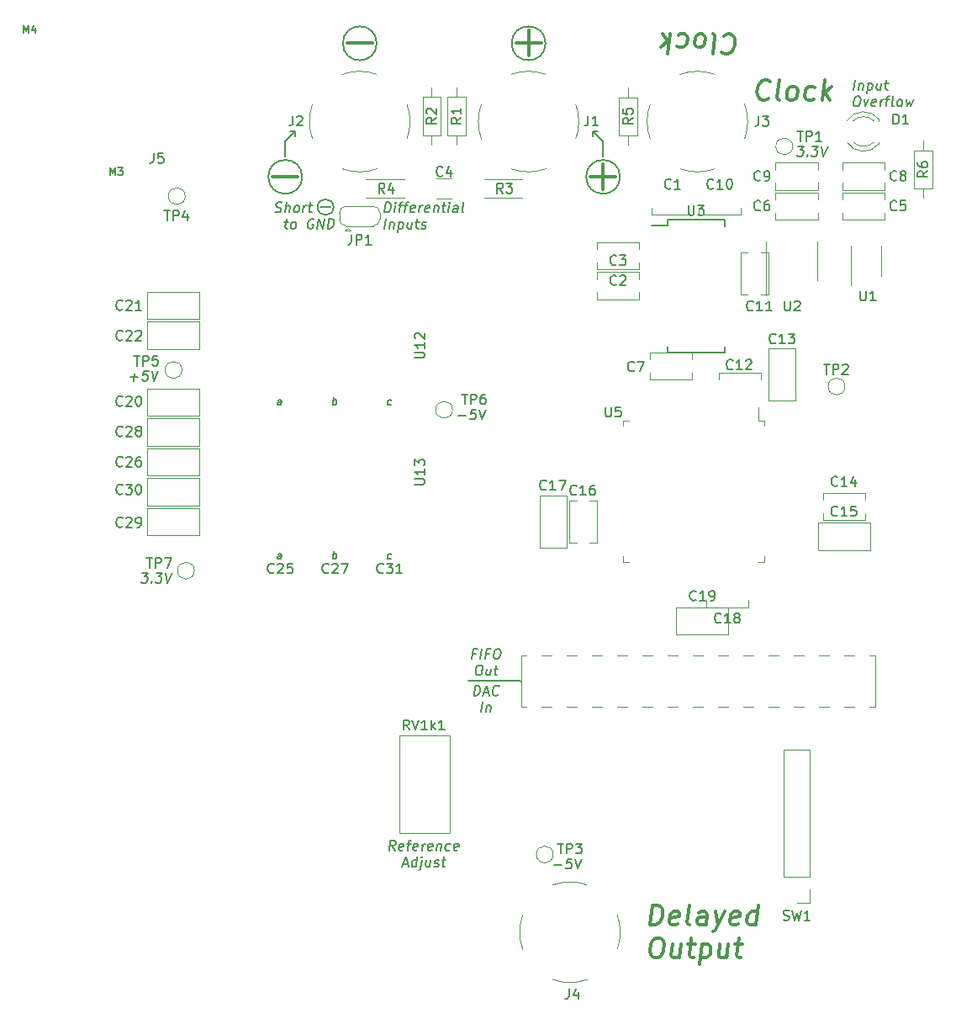
<source format=gbr>
G04 #@! TF.GenerationSoftware,KiCad,Pcbnew,(5.1.2)-1*
G04 #@! TF.CreationDate,2019-06-26T13:36:35-07:00*
G04 #@! TF.ProjectId,FIFO_P,4649464f-5f50-42e6-9b69-6361645f7063,rev?*
G04 #@! TF.SameCoordinates,Original*
G04 #@! TF.FileFunction,Legend,Top*
G04 #@! TF.FilePolarity,Positive*
%FSLAX46Y46*%
G04 Gerber Fmt 4.6, Leading zero omitted, Abs format (unit mm)*
G04 Created by KiCad (PCBNEW (5.1.2)-1) date 2019-06-26 13:36:35*
%MOMM*%
%LPD*%
G04 APERTURE LIST*
%ADD10C,0.050000*%
%ADD11C,0.150000*%
%ADD12C,0.300000*%
%ADD13C,0.200000*%
%ADD14C,0.120000*%
G04 APERTURE END LIST*
D10*
X100150000Y-116350000D02*
X100250000Y-116450000D01*
X100150000Y-116250000D02*
X100250000Y-116150000D01*
D11*
X100150000Y-116300000D02*
X94950000Y-116300000D01*
X95494138Y-117752380D02*
X95619138Y-116752380D01*
X95857233Y-116752380D01*
X95994138Y-116800000D01*
X96077472Y-116895238D01*
X96113186Y-116990476D01*
X96136995Y-117180952D01*
X96119138Y-117323809D01*
X96047710Y-117514285D01*
X95988186Y-117609523D01*
X95881043Y-117704761D01*
X95732233Y-117752380D01*
X95494138Y-117752380D01*
X96482233Y-117466666D02*
X96958424Y-117466666D01*
X96351281Y-117752380D02*
X96809614Y-116752380D01*
X97017948Y-117752380D01*
X97934614Y-117657142D02*
X97881043Y-117704761D01*
X97732233Y-117752380D01*
X97636995Y-117752380D01*
X97500091Y-117704761D01*
X97416757Y-117609523D01*
X97381043Y-117514285D01*
X97357233Y-117323809D01*
X97375091Y-117180952D01*
X97446519Y-116990476D01*
X97506043Y-116895238D01*
X97613186Y-116800000D01*
X97761995Y-116752380D01*
X97857233Y-116752380D01*
X97994138Y-116800000D01*
X98035805Y-116847619D01*
X96232233Y-119402380D02*
X96357233Y-118402380D01*
X96791757Y-118735714D02*
X96708424Y-119402380D01*
X96779852Y-118830952D02*
X96833424Y-118783333D01*
X96934614Y-118735714D01*
X97077472Y-118735714D01*
X97166757Y-118783333D01*
X97202472Y-118878571D01*
X97136995Y-119402380D01*
X95702472Y-113528571D02*
X95369138Y-113528571D01*
X95303662Y-114052380D02*
X95428662Y-113052380D01*
X95904852Y-113052380D01*
X96160805Y-114052380D02*
X96285805Y-113052380D01*
X97035805Y-113528571D02*
X96702472Y-113528571D01*
X96636995Y-114052380D02*
X96761995Y-113052380D01*
X97238186Y-113052380D01*
X97809614Y-113052380D02*
X98000091Y-113052380D01*
X98089376Y-113100000D01*
X98172710Y-113195238D01*
X98196519Y-113385714D01*
X98154852Y-113719047D01*
X98083424Y-113909523D01*
X97976281Y-114004761D01*
X97875091Y-114052380D01*
X97684614Y-114052380D01*
X97595329Y-114004761D01*
X97511995Y-113909523D01*
X97488186Y-113719047D01*
X97529852Y-113385714D01*
X97601281Y-113195238D01*
X97708424Y-113100000D01*
X97809614Y-113052380D01*
X95976281Y-114702380D02*
X96166757Y-114702380D01*
X96256043Y-114750000D01*
X96339376Y-114845238D01*
X96363186Y-115035714D01*
X96321519Y-115369047D01*
X96250091Y-115559523D01*
X96142948Y-115654761D01*
X96041757Y-115702380D01*
X95851281Y-115702380D01*
X95761995Y-115654761D01*
X95678662Y-115559523D01*
X95654852Y-115369047D01*
X95696519Y-115035714D01*
X95767948Y-114845238D01*
X95875091Y-114750000D01*
X95976281Y-114702380D01*
X97220329Y-115035714D02*
X97136995Y-115702380D01*
X96791757Y-115035714D02*
X96726281Y-115559523D01*
X96761995Y-115654761D01*
X96851281Y-115702380D01*
X96994138Y-115702380D01*
X97095329Y-115654761D01*
X97148900Y-115607142D01*
X97553662Y-115035714D02*
X97934614Y-115035714D01*
X97738186Y-114702380D02*
X97631043Y-115559523D01*
X97666757Y-115654761D01*
X97756043Y-115702380D01*
X97851281Y-115702380D01*
X87534062Y-133331380D02*
X87260252Y-132855190D01*
X86962633Y-133331380D02*
X87087633Y-132331380D01*
X87468586Y-132331380D01*
X87557872Y-132379000D01*
X87599538Y-132426619D01*
X87635252Y-132521857D01*
X87617395Y-132664714D01*
X87557872Y-132759952D01*
X87504300Y-132807571D01*
X87403110Y-132855190D01*
X87022157Y-132855190D01*
X88349538Y-133283761D02*
X88248348Y-133331380D01*
X88057872Y-133331380D01*
X87968586Y-133283761D01*
X87932872Y-133188523D01*
X87980491Y-132807571D01*
X88040014Y-132712333D01*
X88141205Y-132664714D01*
X88331681Y-132664714D01*
X88420967Y-132712333D01*
X88456681Y-132807571D01*
X88444776Y-132902809D01*
X87956681Y-132998047D01*
X88760252Y-132664714D02*
X89141205Y-132664714D01*
X88819776Y-133331380D02*
X88926919Y-132474238D01*
X88986443Y-132379000D01*
X89087633Y-132331380D01*
X89182872Y-132331380D01*
X89778110Y-133283761D02*
X89676919Y-133331380D01*
X89486443Y-133331380D01*
X89397157Y-133283761D01*
X89361443Y-133188523D01*
X89409062Y-132807571D01*
X89468586Y-132712333D01*
X89569776Y-132664714D01*
X89760252Y-132664714D01*
X89849538Y-132712333D01*
X89885252Y-132807571D01*
X89873348Y-132902809D01*
X89385252Y-132998047D01*
X90248348Y-133331380D02*
X90331681Y-132664714D01*
X90307872Y-132855190D02*
X90367395Y-132759952D01*
X90420967Y-132712333D01*
X90522157Y-132664714D01*
X90617395Y-132664714D01*
X91254300Y-133283761D02*
X91153110Y-133331380D01*
X90962633Y-133331380D01*
X90873348Y-133283761D01*
X90837633Y-133188523D01*
X90885252Y-132807571D01*
X90944776Y-132712333D01*
X91045967Y-132664714D01*
X91236443Y-132664714D01*
X91325729Y-132712333D01*
X91361443Y-132807571D01*
X91349538Y-132902809D01*
X90861443Y-132998047D01*
X91807872Y-132664714D02*
X91724538Y-133331380D01*
X91795967Y-132759952D02*
X91849538Y-132712333D01*
X91950729Y-132664714D01*
X92093586Y-132664714D01*
X92182872Y-132712333D01*
X92218586Y-132807571D01*
X92153110Y-133331380D01*
X93063824Y-133283761D02*
X92962633Y-133331380D01*
X92772157Y-133331380D01*
X92682872Y-133283761D01*
X92641205Y-133236142D01*
X92605491Y-133140904D01*
X92641205Y-132855190D01*
X92700729Y-132759952D01*
X92754300Y-132712333D01*
X92855491Y-132664714D01*
X93045967Y-132664714D01*
X93135252Y-132712333D01*
X93873348Y-133283761D02*
X93772157Y-133331380D01*
X93581681Y-133331380D01*
X93492395Y-133283761D01*
X93456681Y-133188523D01*
X93504300Y-132807571D01*
X93563824Y-132712333D01*
X93665014Y-132664714D01*
X93855491Y-132664714D01*
X93944776Y-132712333D01*
X93980491Y-132807571D01*
X93968586Y-132902809D01*
X93480491Y-132998047D01*
X88379300Y-134695666D02*
X88855491Y-134695666D01*
X88248348Y-134981380D02*
X88706681Y-133981380D01*
X88915014Y-134981380D01*
X89676919Y-134981380D02*
X89801919Y-133981380D01*
X89682872Y-134933761D02*
X89581681Y-134981380D01*
X89391205Y-134981380D01*
X89301919Y-134933761D01*
X89260252Y-134886142D01*
X89224538Y-134790904D01*
X89260252Y-134505190D01*
X89319776Y-134409952D01*
X89373348Y-134362333D01*
X89474538Y-134314714D01*
X89665014Y-134314714D01*
X89754300Y-134362333D01*
X90236443Y-134314714D02*
X90129300Y-135171857D01*
X90069776Y-135267095D01*
X89968586Y-135314714D01*
X89920967Y-135314714D01*
X90278110Y-133981380D02*
X90224538Y-134029000D01*
X90266205Y-134076619D01*
X90319776Y-134029000D01*
X90278110Y-133981380D01*
X90266205Y-134076619D01*
X91141205Y-134314714D02*
X91057872Y-134981380D01*
X90712633Y-134314714D02*
X90647157Y-134838523D01*
X90682872Y-134933761D01*
X90772157Y-134981380D01*
X90915014Y-134981380D01*
X91016205Y-134933761D01*
X91069776Y-134886142D01*
X91492395Y-134933761D02*
X91581681Y-134981380D01*
X91772157Y-134981380D01*
X91873348Y-134933761D01*
X91932872Y-134838523D01*
X91938824Y-134790904D01*
X91903110Y-134695666D01*
X91813824Y-134648047D01*
X91670967Y-134648047D01*
X91581681Y-134600428D01*
X91545967Y-134505190D01*
X91551919Y-134457571D01*
X91611443Y-134362333D01*
X91712633Y-134314714D01*
X91855491Y-134314714D01*
X91944776Y-134362333D01*
X92284062Y-134314714D02*
X92665014Y-134314714D01*
X92468586Y-133981380D02*
X92361443Y-134838523D01*
X92397157Y-134933761D01*
X92486443Y-134981380D01*
X92581681Y-134981380D01*
D12*
X113239095Y-140832761D02*
X113489095Y-138832761D01*
X113965285Y-138832761D01*
X114239095Y-138928000D01*
X114405761Y-139118476D01*
X114477190Y-139308952D01*
X114524809Y-139689904D01*
X114489095Y-139975619D01*
X114346238Y-140356571D01*
X114227190Y-140547047D01*
X114012904Y-140737523D01*
X113715285Y-140832761D01*
X113239095Y-140832761D01*
X116012904Y-140737523D02*
X115810523Y-140832761D01*
X115429571Y-140832761D01*
X115251000Y-140737523D01*
X115179571Y-140547047D01*
X115274809Y-139785142D01*
X115393857Y-139594666D01*
X115596238Y-139499428D01*
X115977190Y-139499428D01*
X116155761Y-139594666D01*
X116227190Y-139785142D01*
X116203380Y-139975619D01*
X115227190Y-140166095D01*
X117239095Y-140832761D02*
X117060523Y-140737523D01*
X116989095Y-140547047D01*
X117203380Y-138832761D01*
X118858142Y-140832761D02*
X118989095Y-139785142D01*
X118917666Y-139594666D01*
X118739095Y-139499428D01*
X118358142Y-139499428D01*
X118155761Y-139594666D01*
X118870047Y-140737523D02*
X118667666Y-140832761D01*
X118191476Y-140832761D01*
X118012904Y-140737523D01*
X117941476Y-140547047D01*
X117965285Y-140356571D01*
X118084333Y-140166095D01*
X118286714Y-140070857D01*
X118762904Y-140070857D01*
X118965285Y-139975619D01*
X119786714Y-139499428D02*
X120096238Y-140832761D01*
X120739095Y-139499428D02*
X120096238Y-140832761D01*
X119846238Y-141308952D01*
X119739095Y-141404190D01*
X119536714Y-141499428D01*
X122108142Y-140737523D02*
X121905761Y-140832761D01*
X121524809Y-140832761D01*
X121346238Y-140737523D01*
X121274809Y-140547047D01*
X121370047Y-139785142D01*
X121489095Y-139594666D01*
X121691476Y-139499428D01*
X122072428Y-139499428D01*
X122251000Y-139594666D01*
X122322428Y-139785142D01*
X122298619Y-139975619D01*
X121322428Y-140166095D01*
X123905761Y-140832761D02*
X124155761Y-138832761D01*
X123917666Y-140737523D02*
X123715285Y-140832761D01*
X123334333Y-140832761D01*
X123155761Y-140737523D01*
X123072428Y-140642285D01*
X123001000Y-140451809D01*
X123072428Y-139880380D01*
X123191476Y-139689904D01*
X123298619Y-139594666D01*
X123501000Y-139499428D01*
X123881952Y-139499428D01*
X124060523Y-139594666D01*
X113870047Y-142132761D02*
X114251000Y-142132761D01*
X114429571Y-142228000D01*
X114596238Y-142418476D01*
X114643857Y-142799428D01*
X114560523Y-143466095D01*
X114417666Y-143847047D01*
X114203380Y-144037523D01*
X114001000Y-144132761D01*
X113620047Y-144132761D01*
X113441476Y-144037523D01*
X113274809Y-143847047D01*
X113227190Y-143466095D01*
X113310523Y-142799428D01*
X113453380Y-142418476D01*
X113667666Y-142228000D01*
X113870047Y-142132761D01*
X116358142Y-142799428D02*
X116191476Y-144132761D01*
X115501000Y-142799428D02*
X115370047Y-143847047D01*
X115441476Y-144037523D01*
X115620047Y-144132761D01*
X115905761Y-144132761D01*
X116108142Y-144037523D01*
X116215285Y-143942285D01*
X117024809Y-142799428D02*
X117786714Y-142799428D01*
X117393857Y-142132761D02*
X117179571Y-143847047D01*
X117251000Y-144037523D01*
X117429571Y-144132761D01*
X117620047Y-144132761D01*
X118453380Y-142799428D02*
X118203380Y-144799428D01*
X118441476Y-142894666D02*
X118643857Y-142799428D01*
X119024809Y-142799428D01*
X119203380Y-142894666D01*
X119286714Y-142989904D01*
X119358142Y-143180380D01*
X119286714Y-143751809D01*
X119167666Y-143942285D01*
X119060523Y-144037523D01*
X118858142Y-144132761D01*
X118477190Y-144132761D01*
X118298619Y-144037523D01*
X121120047Y-142799428D02*
X120953380Y-144132761D01*
X120262904Y-142799428D02*
X120131952Y-143847047D01*
X120203380Y-144037523D01*
X120381952Y-144132761D01*
X120667666Y-144132761D01*
X120870047Y-144037523D01*
X120977190Y-143942285D01*
X121786714Y-142799428D02*
X122548619Y-142799428D01*
X122155761Y-142132761D02*
X121941476Y-143847047D01*
X122012904Y-144037523D01*
X122191476Y-144132761D01*
X122381952Y-144132761D01*
D11*
X103597919Y-134791428D02*
X104359824Y-134791428D01*
X105389586Y-134172380D02*
X104913395Y-134172380D01*
X104806252Y-134648571D01*
X104859824Y-134600952D01*
X104961014Y-134553333D01*
X105199110Y-134553333D01*
X105288395Y-134600952D01*
X105330062Y-134648571D01*
X105365776Y-134743809D01*
X105336014Y-134981904D01*
X105276491Y-135077142D01*
X105222919Y-135124761D01*
X105121729Y-135172380D01*
X104883633Y-135172380D01*
X104794348Y-135124761D01*
X104752681Y-135077142D01*
X105722919Y-134172380D02*
X105931252Y-135172380D01*
X106389586Y-134172380D01*
X93945919Y-89579428D02*
X94707824Y-89579428D01*
X95737586Y-88960380D02*
X95261395Y-88960380D01*
X95154252Y-89436571D01*
X95207824Y-89388952D01*
X95309014Y-89341333D01*
X95547110Y-89341333D01*
X95636395Y-89388952D01*
X95678062Y-89436571D01*
X95713776Y-89531809D01*
X95684014Y-89769904D01*
X95624491Y-89865142D01*
X95570919Y-89912761D01*
X95469729Y-89960380D01*
X95231633Y-89960380D01*
X95142348Y-89912761D01*
X95100681Y-89865142D01*
X96070919Y-88960380D02*
X96279252Y-89960380D01*
X96737586Y-88960380D01*
X76072678Y-104001285D02*
X76121785Y-103608428D01*
X76095000Y-103537000D01*
X76028035Y-103501285D01*
X75885178Y-103501285D01*
X75809285Y-103537000D01*
X76077142Y-103965571D02*
X76001250Y-104001285D01*
X75822678Y-104001285D01*
X75755714Y-103965571D01*
X75728928Y-103894142D01*
X75737857Y-103822714D01*
X75782500Y-103751285D01*
X75858392Y-103715571D01*
X76036964Y-103715571D01*
X76112857Y-103679857D01*
X87125000Y-103965571D02*
X87049107Y-104001285D01*
X86906250Y-104001285D01*
X86839285Y-103965571D01*
X86808035Y-103929857D01*
X86781250Y-103858428D01*
X86808035Y-103644142D01*
X86852678Y-103572714D01*
X86892857Y-103537000D01*
X86968750Y-103501285D01*
X87111607Y-103501285D01*
X87178571Y-103537000D01*
X81281250Y-104001285D02*
X81375000Y-103251285D01*
X81339285Y-103537000D02*
X81415178Y-103501285D01*
X81558035Y-103501285D01*
X81625000Y-103537000D01*
X81656250Y-103572714D01*
X81683035Y-103644142D01*
X81656250Y-103858428D01*
X81611607Y-103929857D01*
X81571428Y-103965571D01*
X81495535Y-104001285D01*
X81352678Y-104001285D01*
X81285714Y-103965571D01*
X87125000Y-88471571D02*
X87049107Y-88507285D01*
X86906250Y-88507285D01*
X86839285Y-88471571D01*
X86808035Y-88435857D01*
X86781250Y-88364428D01*
X86808035Y-88150142D01*
X86852678Y-88078714D01*
X86892857Y-88043000D01*
X86968750Y-88007285D01*
X87111607Y-88007285D01*
X87178571Y-88043000D01*
X81281250Y-88507285D02*
X81375000Y-87757285D01*
X81339285Y-88043000D02*
X81415178Y-88007285D01*
X81558035Y-88007285D01*
X81625000Y-88043000D01*
X81656250Y-88078714D01*
X81683035Y-88150142D01*
X81656250Y-88364428D01*
X81611607Y-88435857D01*
X81571428Y-88471571D01*
X81495535Y-88507285D01*
X81352678Y-88507285D01*
X81285714Y-88471571D01*
X76072678Y-88507285D02*
X76121785Y-88114428D01*
X76095000Y-88043000D01*
X76028035Y-88007285D01*
X75885178Y-88007285D01*
X75809285Y-88043000D01*
X76077142Y-88471571D02*
X76001250Y-88507285D01*
X75822678Y-88507285D01*
X75755714Y-88471571D01*
X75728928Y-88400142D01*
X75737857Y-88328714D01*
X75782500Y-88257285D01*
X75858392Y-88221571D01*
X76036964Y-88221571D01*
X76112857Y-88185857D01*
X62092824Y-105400380D02*
X62711872Y-105400380D01*
X62330919Y-105781333D01*
X62473776Y-105781333D01*
X62563062Y-105828952D01*
X62604729Y-105876571D01*
X62640443Y-105971809D01*
X62610681Y-106209904D01*
X62551157Y-106305142D01*
X62497586Y-106352761D01*
X62396395Y-106400380D01*
X62110681Y-106400380D01*
X62021395Y-106352761D01*
X61979729Y-106305142D01*
X63027348Y-106305142D02*
X63069014Y-106352761D01*
X63015443Y-106400380D01*
X62973776Y-106352761D01*
X63027348Y-106305142D01*
X63015443Y-106400380D01*
X63521395Y-105400380D02*
X64140443Y-105400380D01*
X63759491Y-105781333D01*
X63902348Y-105781333D01*
X63991633Y-105828952D01*
X64033300Y-105876571D01*
X64069014Y-105971809D01*
X64039252Y-106209904D01*
X63979729Y-106305142D01*
X63926157Y-106352761D01*
X63824967Y-106400380D01*
X63539252Y-106400380D01*
X63449967Y-106352761D01*
X63408300Y-106305142D01*
X64426157Y-105400380D02*
X64634491Y-106400380D01*
X65092824Y-105400380D01*
X60935919Y-85699428D02*
X61697824Y-85699428D01*
X61269252Y-86080380D02*
X61364491Y-85318476D01*
X62727586Y-85080380D02*
X62251395Y-85080380D01*
X62144252Y-85556571D01*
X62197824Y-85508952D01*
X62299014Y-85461333D01*
X62537110Y-85461333D01*
X62626395Y-85508952D01*
X62668062Y-85556571D01*
X62703776Y-85651809D01*
X62674014Y-85889904D01*
X62614491Y-85985142D01*
X62560919Y-86032761D01*
X62459729Y-86080380D01*
X62221633Y-86080380D01*
X62132348Y-86032761D01*
X62090681Y-85985142D01*
X63060919Y-85080380D02*
X63269252Y-86080380D01*
X63727586Y-85080380D01*
X81365219Y-68610000D02*
G75*
G03X81365219Y-68610000I-803219J0D01*
G01*
D13*
X80054000Y-68610000D02*
X81070000Y-68610000D01*
D11*
X128132824Y-62474380D02*
X128751872Y-62474380D01*
X128370919Y-62855333D01*
X128513776Y-62855333D01*
X128603062Y-62902952D01*
X128644729Y-62950571D01*
X128680443Y-63045809D01*
X128650681Y-63283904D01*
X128591157Y-63379142D01*
X128537586Y-63426761D01*
X128436395Y-63474380D01*
X128150681Y-63474380D01*
X128061395Y-63426761D01*
X128019729Y-63379142D01*
X129067348Y-63379142D02*
X129109014Y-63426761D01*
X129055443Y-63474380D01*
X129013776Y-63426761D01*
X129067348Y-63379142D01*
X129055443Y-63474380D01*
X129561395Y-62474380D02*
X130180443Y-62474380D01*
X129799491Y-62855333D01*
X129942348Y-62855333D01*
X130031633Y-62902952D01*
X130073300Y-62950571D01*
X130109014Y-63045809D01*
X130079252Y-63283904D01*
X130019729Y-63379142D01*
X129966157Y-63426761D01*
X129864967Y-63474380D01*
X129579252Y-63474380D01*
X129489967Y-63426761D01*
X129448300Y-63379142D01*
X130466157Y-62474380D02*
X130674491Y-63474380D01*
X131132824Y-62474380D01*
X133735547Y-56807380D02*
X133860547Y-55807380D01*
X134295071Y-56140714D02*
X134211738Y-56807380D01*
X134283166Y-56235952D02*
X134336738Y-56188333D01*
X134437928Y-56140714D01*
X134580785Y-56140714D01*
X134670071Y-56188333D01*
X134705785Y-56283571D01*
X134640309Y-56807380D01*
X135199833Y-56140714D02*
X135074833Y-57140714D01*
X135193880Y-56188333D02*
X135295071Y-56140714D01*
X135485547Y-56140714D01*
X135574833Y-56188333D01*
X135616500Y-56235952D01*
X135652214Y-56331190D01*
X135616500Y-56616904D01*
X135556976Y-56712142D01*
X135503404Y-56759761D01*
X135402214Y-56807380D01*
X135211738Y-56807380D01*
X135122452Y-56759761D01*
X136533166Y-56140714D02*
X136449833Y-56807380D01*
X136104595Y-56140714D02*
X136039119Y-56664523D01*
X136074833Y-56759761D01*
X136164119Y-56807380D01*
X136306976Y-56807380D01*
X136408166Y-56759761D01*
X136461738Y-56712142D01*
X136866500Y-56140714D02*
X137247452Y-56140714D01*
X137051023Y-55807380D02*
X136943880Y-56664523D01*
X136979595Y-56759761D01*
X137068880Y-56807380D01*
X137164119Y-56807380D01*
X134051023Y-57457380D02*
X134241500Y-57457380D01*
X134330785Y-57505000D01*
X134414119Y-57600238D01*
X134437928Y-57790714D01*
X134396261Y-58124047D01*
X134324833Y-58314523D01*
X134217690Y-58409761D01*
X134116500Y-58457380D01*
X133926023Y-58457380D01*
X133836738Y-58409761D01*
X133753404Y-58314523D01*
X133729595Y-58124047D01*
X133771261Y-57790714D01*
X133842690Y-57600238D01*
X133949833Y-57505000D01*
X134051023Y-57457380D01*
X134771261Y-57790714D02*
X134926023Y-58457380D01*
X135247452Y-57790714D01*
X135931976Y-58409761D02*
X135830785Y-58457380D01*
X135640309Y-58457380D01*
X135551023Y-58409761D01*
X135515309Y-58314523D01*
X135562928Y-57933571D01*
X135622452Y-57838333D01*
X135723642Y-57790714D01*
X135914119Y-57790714D01*
X136003404Y-57838333D01*
X136039119Y-57933571D01*
X136027214Y-58028809D01*
X135539119Y-58124047D01*
X136402214Y-58457380D02*
X136485547Y-57790714D01*
X136461738Y-57981190D02*
X136521261Y-57885952D01*
X136574833Y-57838333D01*
X136676023Y-57790714D01*
X136771261Y-57790714D01*
X136961738Y-57790714D02*
X137342690Y-57790714D01*
X137021261Y-58457380D02*
X137128404Y-57600238D01*
X137187928Y-57505000D01*
X137289119Y-57457380D01*
X137384357Y-57457380D01*
X137735547Y-58457380D02*
X137646261Y-58409761D01*
X137610547Y-58314523D01*
X137717690Y-57457380D01*
X138259357Y-58457380D02*
X138170071Y-58409761D01*
X138128404Y-58362142D01*
X138092690Y-58266904D01*
X138128404Y-57981190D01*
X138187928Y-57885952D01*
X138241500Y-57838333D01*
X138342690Y-57790714D01*
X138485547Y-57790714D01*
X138574833Y-57838333D01*
X138616500Y-57885952D01*
X138652214Y-57981190D01*
X138616500Y-58266904D01*
X138556976Y-58362142D01*
X138503404Y-58409761D01*
X138402214Y-58457380D01*
X138259357Y-58457380D01*
X139009357Y-57790714D02*
X139116500Y-58457380D01*
X139366500Y-57981190D01*
X139497452Y-58457380D01*
X139771261Y-57790714D01*
D12*
X125153648Y-57640285D02*
X125046505Y-57735523D01*
X124748886Y-57830761D01*
X124558410Y-57830761D01*
X124284601Y-57735523D01*
X124117934Y-57545047D01*
X124046505Y-57354571D01*
X123998886Y-56973619D01*
X124034601Y-56687904D01*
X124177458Y-56306952D01*
X124296505Y-56116476D01*
X124510791Y-55926000D01*
X124808410Y-55830761D01*
X124998886Y-55830761D01*
X125272696Y-55926000D01*
X125356029Y-56021238D01*
X126272696Y-57830761D02*
X126094125Y-57735523D01*
X126022696Y-57545047D01*
X126236982Y-55830761D01*
X127320315Y-57830761D02*
X127141744Y-57735523D01*
X127058410Y-57640285D01*
X126986982Y-57449809D01*
X127058410Y-56878380D01*
X127177458Y-56687904D01*
X127284601Y-56592666D01*
X127486982Y-56497428D01*
X127772696Y-56497428D01*
X127951267Y-56592666D01*
X128034601Y-56687904D01*
X128106029Y-56878380D01*
X128034601Y-57449809D01*
X127915553Y-57640285D01*
X127808410Y-57735523D01*
X127606029Y-57830761D01*
X127320315Y-57830761D01*
X129713172Y-57735523D02*
X129510791Y-57830761D01*
X129129839Y-57830761D01*
X128951267Y-57735523D01*
X128867934Y-57640285D01*
X128796505Y-57449809D01*
X128867934Y-56878380D01*
X128986982Y-56687904D01*
X129094125Y-56592666D01*
X129296505Y-56497428D01*
X129677458Y-56497428D01*
X129856029Y-56592666D01*
X130558410Y-57830761D02*
X130808410Y-55830761D01*
X130844125Y-57068857D02*
X131320315Y-57830761D01*
X131486982Y-56497428D02*
X130629839Y-57259333D01*
X120652351Y-51385714D02*
X120759494Y-51290476D01*
X121057113Y-51195238D01*
X121247589Y-51195238D01*
X121521398Y-51290476D01*
X121688065Y-51480952D01*
X121759494Y-51671428D01*
X121807113Y-52052380D01*
X121771398Y-52338095D01*
X121628541Y-52719047D01*
X121509494Y-52909523D01*
X121295208Y-53100000D01*
X120997589Y-53195238D01*
X120807113Y-53195238D01*
X120533303Y-53100000D01*
X120449970Y-53004761D01*
X119533303Y-51195238D02*
X119711875Y-51290476D01*
X119783303Y-51480952D01*
X119569017Y-53195238D01*
X118485684Y-51195238D02*
X118664255Y-51290476D01*
X118747589Y-51385714D01*
X118819017Y-51576190D01*
X118747589Y-52147619D01*
X118628541Y-52338095D01*
X118521398Y-52433333D01*
X118319017Y-52528571D01*
X118033303Y-52528571D01*
X117854732Y-52433333D01*
X117771398Y-52338095D01*
X117699970Y-52147619D01*
X117771398Y-51576190D01*
X117890446Y-51385714D01*
X117997589Y-51290476D01*
X118199970Y-51195238D01*
X118485684Y-51195238D01*
X116092827Y-51290476D02*
X116295208Y-51195238D01*
X116676160Y-51195238D01*
X116854732Y-51290476D01*
X116938065Y-51385714D01*
X117009494Y-51576190D01*
X116938065Y-52147619D01*
X116819017Y-52338095D01*
X116711875Y-52433333D01*
X116509494Y-52528571D01*
X116128541Y-52528571D01*
X115949970Y-52433333D01*
X115247589Y-51195238D02*
X114997589Y-53195238D01*
X114961875Y-51957142D02*
X114485684Y-51195238D01*
X114319017Y-52528571D02*
X115176160Y-51766666D01*
D11*
X107994000Y-60990000D02*
X107486000Y-60990000D01*
X107486000Y-61498000D02*
X107486000Y-60990000D01*
X107486000Y-60990000D02*
X107486000Y-61498000D01*
X77514000Y-61498000D02*
X77514000Y-60990000D01*
X77006000Y-60990000D02*
X77514000Y-60990000D01*
X77514000Y-60990000D02*
X77006000Y-60990000D01*
X76498000Y-62006000D02*
X77514000Y-60990000D01*
X76498000Y-63530000D02*
X76498000Y-62006000D01*
X108502000Y-62006000D02*
X107486000Y-60990000D01*
X108502000Y-63530000D02*
X108502000Y-62006000D01*
D12*
X108502000Y-66806000D02*
X108502000Y-64266000D01*
D11*
X110205884Y-65562000D02*
G75*
G03X110205884Y-65562000I-1703884J0D01*
G01*
D12*
X107232000Y-65562000D02*
X109772000Y-65562000D01*
X101000000Y-53370000D02*
X101000000Y-50830000D01*
D11*
X102703884Y-52126000D02*
G75*
G03X102703884Y-52126000I-1703884J0D01*
G01*
D12*
X99730000Y-52126000D02*
X102270000Y-52126000D01*
D11*
X85703884Y-52126000D02*
G75*
G03X85703884Y-52126000I-1703884J0D01*
G01*
D12*
X82730000Y-52126000D02*
X85270000Y-52126000D01*
X75228000Y-65562000D02*
X77768000Y-65562000D01*
D11*
X78201884Y-65562000D02*
G75*
G03X78201884Y-65562000I-1703884J0D01*
G01*
X86491547Y-69127380D02*
X86616547Y-68127380D01*
X86854642Y-68127380D01*
X86991547Y-68175000D01*
X87074880Y-68270238D01*
X87110595Y-68365476D01*
X87134404Y-68555952D01*
X87116547Y-68698809D01*
X87045119Y-68889285D01*
X86985595Y-68984523D01*
X86878452Y-69079761D01*
X86729642Y-69127380D01*
X86491547Y-69127380D01*
X87491547Y-69127380D02*
X87574880Y-68460714D01*
X87616547Y-68127380D02*
X87562976Y-68175000D01*
X87604642Y-68222619D01*
X87658214Y-68175000D01*
X87616547Y-68127380D01*
X87604642Y-68222619D01*
X87908214Y-68460714D02*
X88289166Y-68460714D01*
X87967738Y-69127380D02*
X88074880Y-68270238D01*
X88134404Y-68175000D01*
X88235595Y-68127380D01*
X88330833Y-68127380D01*
X88479642Y-68460714D02*
X88860595Y-68460714D01*
X88539166Y-69127380D02*
X88646309Y-68270238D01*
X88705833Y-68175000D01*
X88807023Y-68127380D01*
X88902261Y-68127380D01*
X89497500Y-69079761D02*
X89396309Y-69127380D01*
X89205833Y-69127380D01*
X89116547Y-69079761D01*
X89080833Y-68984523D01*
X89128452Y-68603571D01*
X89187976Y-68508333D01*
X89289166Y-68460714D01*
X89479642Y-68460714D01*
X89568928Y-68508333D01*
X89604642Y-68603571D01*
X89592738Y-68698809D01*
X89104642Y-68794047D01*
X89967738Y-69127380D02*
X90051071Y-68460714D01*
X90027261Y-68651190D02*
X90086785Y-68555952D01*
X90140357Y-68508333D01*
X90241547Y-68460714D01*
X90336785Y-68460714D01*
X90973690Y-69079761D02*
X90872500Y-69127380D01*
X90682023Y-69127380D01*
X90592738Y-69079761D01*
X90557023Y-68984523D01*
X90604642Y-68603571D01*
X90664166Y-68508333D01*
X90765357Y-68460714D01*
X90955833Y-68460714D01*
X91045119Y-68508333D01*
X91080833Y-68603571D01*
X91068928Y-68698809D01*
X90580833Y-68794047D01*
X91527261Y-68460714D02*
X91443928Y-69127380D01*
X91515357Y-68555952D02*
X91568928Y-68508333D01*
X91670119Y-68460714D01*
X91812976Y-68460714D01*
X91902261Y-68508333D01*
X91937976Y-68603571D01*
X91872500Y-69127380D01*
X92289166Y-68460714D02*
X92670119Y-68460714D01*
X92473690Y-68127380D02*
X92366547Y-68984523D01*
X92402261Y-69079761D01*
X92491547Y-69127380D01*
X92586785Y-69127380D01*
X92920119Y-69127380D02*
X93003452Y-68460714D01*
X93045119Y-68127380D02*
X92991547Y-68175000D01*
X93033214Y-68222619D01*
X93086785Y-68175000D01*
X93045119Y-68127380D01*
X93033214Y-68222619D01*
X93824880Y-69127380D02*
X93890357Y-68603571D01*
X93854642Y-68508333D01*
X93765357Y-68460714D01*
X93574880Y-68460714D01*
X93473690Y-68508333D01*
X93830833Y-69079761D02*
X93729642Y-69127380D01*
X93491547Y-69127380D01*
X93402261Y-69079761D01*
X93366547Y-68984523D01*
X93378452Y-68889285D01*
X93437976Y-68794047D01*
X93539166Y-68746428D01*
X93777261Y-68746428D01*
X93878452Y-68698809D01*
X94443928Y-69127380D02*
X94354642Y-69079761D01*
X94318928Y-68984523D01*
X94426071Y-68127380D01*
X86491547Y-70777380D02*
X86616547Y-69777380D01*
X87051071Y-70110714D02*
X86967738Y-70777380D01*
X87039166Y-70205952D02*
X87092738Y-70158333D01*
X87193928Y-70110714D01*
X87336785Y-70110714D01*
X87426071Y-70158333D01*
X87461785Y-70253571D01*
X87396309Y-70777380D01*
X87955833Y-70110714D02*
X87830833Y-71110714D01*
X87949880Y-70158333D02*
X88051071Y-70110714D01*
X88241547Y-70110714D01*
X88330833Y-70158333D01*
X88372500Y-70205952D01*
X88408214Y-70301190D01*
X88372500Y-70586904D01*
X88312976Y-70682142D01*
X88259404Y-70729761D01*
X88158214Y-70777380D01*
X87967738Y-70777380D01*
X87878452Y-70729761D01*
X89289166Y-70110714D02*
X89205833Y-70777380D01*
X88860595Y-70110714D02*
X88795119Y-70634523D01*
X88830833Y-70729761D01*
X88920119Y-70777380D01*
X89062976Y-70777380D01*
X89164166Y-70729761D01*
X89217738Y-70682142D01*
X89622500Y-70110714D02*
X90003452Y-70110714D01*
X89807023Y-69777380D02*
X89699880Y-70634523D01*
X89735595Y-70729761D01*
X89824880Y-70777380D01*
X89920119Y-70777380D01*
X90211785Y-70729761D02*
X90301071Y-70777380D01*
X90491547Y-70777380D01*
X90592738Y-70729761D01*
X90652261Y-70634523D01*
X90658214Y-70586904D01*
X90622500Y-70491666D01*
X90533214Y-70444047D01*
X90390357Y-70444047D01*
X90301071Y-70396428D01*
X90265357Y-70301190D01*
X90271309Y-70253571D01*
X90330833Y-70158333D01*
X90432023Y-70110714D01*
X90574880Y-70110714D01*
X90664166Y-70158333D01*
X75486910Y-69079761D02*
X75623815Y-69127380D01*
X75861910Y-69127380D01*
X75963101Y-69079761D01*
X76016672Y-69032142D01*
X76076196Y-68936904D01*
X76088101Y-68841666D01*
X76052386Y-68746428D01*
X76010720Y-68698809D01*
X75921434Y-68651190D01*
X75736910Y-68603571D01*
X75647625Y-68555952D01*
X75605958Y-68508333D01*
X75570244Y-68413095D01*
X75582148Y-68317857D01*
X75641672Y-68222619D01*
X75695244Y-68175000D01*
X75796434Y-68127380D01*
X76034529Y-68127380D01*
X76171434Y-68175000D01*
X76480958Y-69127380D02*
X76605958Y-68127380D01*
X76909529Y-69127380D02*
X76975005Y-68603571D01*
X76939291Y-68508333D01*
X76850005Y-68460714D01*
X76707148Y-68460714D01*
X76605958Y-68508333D01*
X76552386Y-68555952D01*
X77528577Y-69127380D02*
X77439291Y-69079761D01*
X77397625Y-69032142D01*
X77361910Y-68936904D01*
X77397625Y-68651190D01*
X77457148Y-68555952D01*
X77510720Y-68508333D01*
X77611910Y-68460714D01*
X77754767Y-68460714D01*
X77844053Y-68508333D01*
X77885720Y-68555952D01*
X77921434Y-68651190D01*
X77885720Y-68936904D01*
X77826196Y-69032142D01*
X77772625Y-69079761D01*
X77671434Y-69127380D01*
X77528577Y-69127380D01*
X78290482Y-69127380D02*
X78373815Y-68460714D01*
X78350005Y-68651190D02*
X78409529Y-68555952D01*
X78463101Y-68508333D01*
X78564291Y-68460714D01*
X78659529Y-68460714D01*
X78850005Y-68460714D02*
X79230958Y-68460714D01*
X79034529Y-68127380D02*
X78927386Y-68984523D01*
X78963101Y-69079761D01*
X79052386Y-69127380D01*
X79147625Y-69127380D01*
X76421434Y-70110714D02*
X76802386Y-70110714D01*
X76605958Y-69777380D02*
X76498815Y-70634523D01*
X76534529Y-70729761D01*
X76623815Y-70777380D01*
X76719053Y-70777380D01*
X77195244Y-70777380D02*
X77105958Y-70729761D01*
X77064291Y-70682142D01*
X77028577Y-70586904D01*
X77064291Y-70301190D01*
X77123815Y-70205952D01*
X77177386Y-70158333D01*
X77278577Y-70110714D01*
X77421434Y-70110714D01*
X77510720Y-70158333D01*
X77552386Y-70205952D01*
X77588101Y-70301190D01*
X77552386Y-70586904D01*
X77492863Y-70682142D01*
X77439291Y-70729761D01*
X77338101Y-70777380D01*
X77195244Y-70777380D01*
X79361910Y-69825000D02*
X79272625Y-69777380D01*
X79129767Y-69777380D01*
X78980958Y-69825000D01*
X78873815Y-69920238D01*
X78814291Y-70015476D01*
X78742863Y-70205952D01*
X78725005Y-70348809D01*
X78748815Y-70539285D01*
X78784529Y-70634523D01*
X78867863Y-70729761D01*
X79004767Y-70777380D01*
X79100005Y-70777380D01*
X79248815Y-70729761D01*
X79302386Y-70682142D01*
X79344053Y-70348809D01*
X79153577Y-70348809D01*
X79719053Y-70777380D02*
X79844053Y-69777380D01*
X80290482Y-70777380D01*
X80415482Y-69777380D01*
X80766672Y-70777380D02*
X80891672Y-69777380D01*
X81129767Y-69777380D01*
X81266672Y-69825000D01*
X81350005Y-69920238D01*
X81385720Y-70015476D01*
X81409529Y-70205952D01*
X81391672Y-70348809D01*
X81320244Y-70539285D01*
X81260720Y-70634523D01*
X81153577Y-70729761D01*
X81004767Y-70777380D01*
X80766672Y-70777380D01*
D14*
X132814600Y-113725000D02*
X133834600Y-113725000D01*
X132814600Y-118925000D02*
X133834600Y-118925000D01*
X130274600Y-113725000D02*
X131294600Y-113725000D01*
X130274600Y-118925000D02*
X131294600Y-118925000D01*
X127734600Y-113725000D02*
X128754600Y-113725000D01*
X127734600Y-118925000D02*
X128754600Y-118925000D01*
X125194600Y-113725000D02*
X126214600Y-113725000D01*
X125194600Y-118925000D02*
X126214600Y-118925000D01*
X122654600Y-113725000D02*
X123674600Y-113725000D01*
X122654600Y-118925000D02*
X123674600Y-118925000D01*
X120114600Y-113725000D02*
X121134600Y-113725000D01*
X120114600Y-118925000D02*
X121134600Y-118925000D01*
X117574600Y-113725000D02*
X118594600Y-113725000D01*
X117574600Y-118925000D02*
X118594600Y-118925000D01*
X115034600Y-113725000D02*
X116054600Y-113725000D01*
X115034600Y-118925000D02*
X116054600Y-118925000D01*
X112494600Y-113725000D02*
X113514600Y-113725000D01*
X112494600Y-118925000D02*
X113514600Y-118925000D01*
X109954600Y-113725000D02*
X110974600Y-113725000D01*
X109954600Y-118925000D02*
X110974600Y-118925000D01*
X107414600Y-113725000D02*
X108434600Y-113725000D01*
X107414600Y-118925000D02*
X108434600Y-118925000D01*
X104874600Y-113725000D02*
X105894600Y-113725000D01*
X104874600Y-118925000D02*
X105894600Y-118925000D01*
X102334600Y-113725000D02*
X103354600Y-113725000D01*
X102334600Y-118925000D02*
X103354600Y-118925000D01*
X135354600Y-113725000D02*
X135924600Y-113725000D01*
X135354600Y-118925000D02*
X135924600Y-118925000D01*
X100244600Y-113725000D02*
X100814600Y-113725000D01*
X100244600Y-118925000D02*
X100814600Y-118925000D01*
X135924600Y-118925000D02*
X135924600Y-113725000D01*
X100244600Y-118925000D02*
X100244600Y-113725000D01*
X118130000Y-69370000D02*
X118130000Y-68665000D01*
X122370000Y-69370000D02*
X122370000Y-68665000D01*
X122370000Y-69370000D02*
X118130000Y-69370000D01*
X117620000Y-68665000D02*
X117620000Y-69370000D01*
X113380000Y-68665000D02*
X113380000Y-69370000D01*
X113380000Y-69370000D02*
X117620000Y-69370000D01*
X93242000Y-67766000D02*
X91718000Y-67766000D01*
X93242000Y-65734000D02*
X91718000Y-65734000D01*
X129330000Y-137250000D02*
X129330000Y-138580000D01*
X129330000Y-135980000D02*
X129330000Y-123220000D01*
X129330000Y-135980000D02*
X126670000Y-135980000D01*
X126670000Y-135980000D02*
X126670000Y-123220000D01*
X129330000Y-123220000D02*
X126670000Y-123220000D01*
X129330000Y-138580000D02*
X128000000Y-138580000D01*
X82287337Y-64763589D02*
G75*
G03X85750000Y-64750000I1712663J4763589D01*
G01*
X79236411Y-58287337D02*
G75*
G03X79250000Y-61750000I4763589J-1712663D01*
G01*
X85712663Y-55236411D02*
G75*
G03X82250000Y-55250000I-1712663J-4763589D01*
G01*
X88763589Y-61712663D02*
G75*
G03X88750000Y-58250000I-4763589J1712663D01*
G01*
X91250000Y-56570000D02*
X91250000Y-57520000D01*
X91250000Y-62310000D02*
X91250000Y-61360000D01*
X90330000Y-57520000D02*
X90330000Y-61360000D01*
X92170000Y-57520000D02*
X90330000Y-57520000D01*
X92170000Y-61360000D02*
X92170000Y-57520000D01*
X90330000Y-61360000D02*
X92170000Y-61360000D01*
X66427942Y-67500000D02*
G75*
G03X66427942Y-67500000I-851942J0D01*
G01*
X124385000Y-85286000D02*
X120145000Y-85286000D01*
X124385000Y-85991000D02*
X124385000Y-85286000D01*
X120145000Y-85991000D02*
X120145000Y-85286000D01*
D11*
X114981800Y-70466400D02*
X113381800Y-70466400D01*
X114981800Y-83262400D02*
X120731800Y-83262400D01*
X114981800Y-69891400D02*
X120731800Y-69891400D01*
X114981800Y-83262400D02*
X114981800Y-82612400D01*
X120731800Y-83262400D02*
X120731800Y-82612400D01*
X120731800Y-69891400D02*
X120731800Y-70541400D01*
X114981800Y-69891400D02*
X114981800Y-70466400D01*
D14*
X124415000Y-73130000D02*
X125120000Y-73130000D01*
X122380000Y-73130000D02*
X123085000Y-73130000D01*
X124415000Y-77370000D02*
X125120000Y-77370000D01*
X122380000Y-77370000D02*
X123085000Y-77370000D01*
X125120000Y-77370000D02*
X125120000Y-73130000D01*
X122380000Y-77370000D02*
X122380000Y-73130000D01*
X118880000Y-108870000D02*
X118880000Y-108165000D01*
X123120000Y-108870000D02*
X123120000Y-108165000D01*
X123120000Y-108870000D02*
X118880000Y-108870000D01*
X110490000Y-103710000D02*
X110490000Y-104285000D01*
X110490000Y-104285000D02*
X111065000Y-104285000D01*
X110490000Y-90640000D02*
X110490000Y-90065000D01*
X110490000Y-90065000D02*
X111065000Y-90065000D01*
X124710000Y-103710000D02*
X124710000Y-104285000D01*
X124710000Y-104285000D02*
X124135000Y-104285000D01*
X124710000Y-90640000D02*
X124710000Y-90065000D01*
X124710000Y-90065000D02*
X124135000Y-90065000D01*
X124135000Y-90065000D02*
X124135000Y-88750000D01*
X93045000Y-131551000D02*
X87975000Y-131551000D01*
X93045000Y-121781000D02*
X87975000Y-121781000D01*
X87975000Y-121781000D02*
X87975000Y-131551000D01*
X93045000Y-121781000D02*
X93045000Y-131551000D01*
X107165000Y-98130000D02*
X107870000Y-98130000D01*
X105130000Y-98130000D02*
X105835000Y-98130000D01*
X107165000Y-102370000D02*
X107870000Y-102370000D01*
X105130000Y-102370000D02*
X105835000Y-102370000D01*
X107870000Y-102370000D02*
X107870000Y-98130000D01*
X105130000Y-102370000D02*
X105130000Y-98130000D01*
X81950000Y-69200000D02*
G75*
G02X82650000Y-68500000I700000J0D01*
G01*
X82650000Y-70500000D02*
G75*
G02X81950000Y-69800000I0J700000D01*
G01*
X86050000Y-69800000D02*
G75*
G02X85350000Y-70500000I-700000J0D01*
G01*
X85350000Y-68500000D02*
G75*
G02X86050000Y-69200000I0J-700000D01*
G01*
X82600000Y-68500000D02*
X85400000Y-68500000D01*
X86050000Y-69200000D02*
X86050000Y-69800000D01*
X85400000Y-70500000D02*
X82600000Y-70500000D01*
X81950000Y-69800000D02*
X81950000Y-69200000D01*
X82800000Y-70700000D02*
X82500000Y-71000000D01*
X82500000Y-71000000D02*
X83100000Y-71000000D01*
X82800000Y-70700000D02*
X83100000Y-71000000D01*
X84620000Y-67670000D02*
X88460000Y-67670000D01*
X84620000Y-65830000D02*
X88460000Y-65830000D01*
X100380000Y-65830000D02*
X96540000Y-65830000D01*
X100380000Y-67670000D02*
X96540000Y-67670000D01*
X93351942Y-89000000D02*
G75*
G03X93351942Y-89000000I-851942J0D01*
G01*
X62630000Y-89620000D02*
X62630000Y-86880000D01*
X67870000Y-89620000D02*
X67870000Y-86880000D01*
X67870000Y-86880000D02*
X62630000Y-86880000D01*
X67870000Y-89620000D02*
X62630000Y-89620000D01*
X121120000Y-108880000D02*
X121120000Y-111620000D01*
X115880000Y-108880000D02*
X115880000Y-111620000D01*
X115880000Y-111620000D02*
X121120000Y-111620000D01*
X115880000Y-108880000D02*
X121120000Y-108880000D01*
X119712663Y-55236411D02*
G75*
G03X116250000Y-55250000I-1712663J-4763589D01*
G01*
X122763589Y-61712663D02*
G75*
G03X122750000Y-58250000I-4763589J1712663D01*
G01*
X116287337Y-64763589D02*
G75*
G03X119750000Y-64750000I1712663J4763589D01*
G01*
X113236411Y-58287337D02*
G75*
G03X113250000Y-61750000I4763589J-1712663D01*
G01*
X124940000Y-74000000D02*
X124940000Y-77450000D01*
X124940000Y-74000000D02*
X124940000Y-72050000D01*
X130060000Y-74000000D02*
X130060000Y-75950000D01*
X130060000Y-74000000D02*
X130060000Y-72050000D01*
X136500000Y-72500000D02*
X136500000Y-75500000D01*
X133500000Y-72500000D02*
X133500000Y-76500000D01*
X67351942Y-105186000D02*
G75*
G03X67351942Y-105186000I-851942J0D01*
G01*
X66101942Y-85000000D02*
G75*
G03X66101942Y-85000000I-851942J0D01*
G01*
X103481942Y-133750000D02*
G75*
G03X103481942Y-133750000I-851942J0D01*
G01*
X132866942Y-86656000D02*
G75*
G03X132866942Y-86656000I-851942J0D01*
G01*
X127601942Y-62500000D02*
G75*
G03X127601942Y-62500000I-851942J0D01*
G01*
X140750000Y-67680000D02*
X140750000Y-66730000D01*
X140750000Y-61940000D02*
X140750000Y-62890000D01*
X141670000Y-66730000D02*
X141670000Y-62890000D01*
X139830000Y-66730000D02*
X141670000Y-66730000D01*
X139830000Y-62890000D02*
X139830000Y-66730000D01*
X141670000Y-62890000D02*
X139830000Y-62890000D01*
X111042000Y-62336000D02*
X111042000Y-61386000D01*
X111042000Y-56596000D02*
X111042000Y-57546000D01*
X111962000Y-61386000D02*
X111962000Y-57546000D01*
X110122000Y-61386000D02*
X111962000Y-61386000D01*
X110122000Y-57546000D02*
X110122000Y-61386000D01*
X111962000Y-57546000D02*
X110122000Y-57546000D01*
X93750000Y-56570000D02*
X93750000Y-57520000D01*
X93750000Y-62310000D02*
X93750000Y-61360000D01*
X92830000Y-57520000D02*
X92830000Y-61360000D01*
X94670000Y-57520000D02*
X92830000Y-57520000D01*
X94670000Y-61360000D02*
X94670000Y-57520000D01*
X92830000Y-61360000D02*
X94670000Y-61360000D01*
X103462337Y-146338589D02*
G75*
G03X106925000Y-146325000I1712663J4763589D01*
G01*
X100411411Y-139862337D02*
G75*
G03X100425000Y-143325000I4763589J-1712663D01*
G01*
X106887663Y-136811411D02*
G75*
G03X103425000Y-136825000I-1712663J-4763589D01*
G01*
X109938589Y-143287663D02*
G75*
G03X109925000Y-139825000I-4763589J1712663D01*
G01*
X99287337Y-64763589D02*
G75*
G03X102750000Y-64750000I1712663J4763589D01*
G01*
X96236411Y-58287337D02*
G75*
G03X96250000Y-61750000I4763589J-1712663D01*
G01*
X102712663Y-55236411D02*
G75*
G03X99250000Y-55250000I-1712663J-4763589D01*
G01*
X105763589Y-61712663D02*
G75*
G03X105750000Y-58250000I-4763589J1712663D01*
G01*
X136290000Y-59920000D02*
X136290000Y-59764000D01*
X136290000Y-62236000D02*
X136290000Y-62080000D01*
X133688870Y-59920163D02*
G75*
G02X135770961Y-59920000I1041130J-1079837D01*
G01*
X133688870Y-62079837D02*
G75*
G03X135770961Y-62080000I1041130J1079837D01*
G01*
X133057665Y-59921392D02*
G75*
G02X136290000Y-59764484I1672335J-1078608D01*
G01*
X133057665Y-62078608D02*
G75*
G03X136290000Y-62235516I1672335J1078608D01*
G01*
X62630000Y-98620000D02*
X62630000Y-95880000D01*
X67870000Y-98620000D02*
X67870000Y-95880000D01*
X67870000Y-95880000D02*
X62630000Y-95880000D01*
X67870000Y-98620000D02*
X62630000Y-98620000D01*
X62630000Y-101620000D02*
X62630000Y-98880000D01*
X67870000Y-101620000D02*
X67870000Y-98880000D01*
X67870000Y-98880000D02*
X62630000Y-98880000D01*
X67870000Y-101620000D02*
X62630000Y-101620000D01*
X62630000Y-92620000D02*
X62630000Y-89880000D01*
X67870000Y-92620000D02*
X67870000Y-89880000D01*
X67870000Y-89880000D02*
X62630000Y-89880000D01*
X67870000Y-92620000D02*
X62630000Y-92620000D01*
X62630000Y-95620000D02*
X62630000Y-92880000D01*
X67870000Y-95620000D02*
X67870000Y-92880000D01*
X67870000Y-92880000D02*
X62630000Y-92880000D01*
X67870000Y-95620000D02*
X62630000Y-95620000D01*
X62630000Y-82870000D02*
X62630000Y-80130000D01*
X67870000Y-82870000D02*
X67870000Y-80130000D01*
X67870000Y-80130000D02*
X62630000Y-80130000D01*
X67870000Y-82870000D02*
X62630000Y-82870000D01*
X62630000Y-79870000D02*
X62630000Y-77130000D01*
X67870000Y-79870000D02*
X67870000Y-77130000D01*
X67870000Y-77130000D02*
X62630000Y-77130000D01*
X67870000Y-79870000D02*
X62630000Y-79870000D01*
X102130000Y-97630000D02*
X104870000Y-97630000D01*
X102130000Y-102870000D02*
X104870000Y-102870000D01*
X104870000Y-102870000D02*
X104870000Y-97630000D01*
X102130000Y-102870000D02*
X102130000Y-97630000D01*
X135370000Y-100380000D02*
X135370000Y-103120000D01*
X130130000Y-100380000D02*
X130130000Y-103120000D01*
X130130000Y-103120000D02*
X135370000Y-103120000D01*
X130130000Y-100380000D02*
X135370000Y-100380000D01*
X134870000Y-99415000D02*
X134870000Y-100120000D01*
X134870000Y-97380000D02*
X134870000Y-98085000D01*
X130630000Y-99415000D02*
X130630000Y-100120000D01*
X130630000Y-97380000D02*
X130630000Y-98085000D01*
X130630000Y-100120000D02*
X134870000Y-100120000D01*
X130630000Y-97380000D02*
X134870000Y-97380000D01*
X125145000Y-82786000D02*
X127885000Y-82786000D01*
X125145000Y-88026000D02*
X127885000Y-88026000D01*
X127885000Y-88026000D02*
X127885000Y-82786000D01*
X125145000Y-88026000D02*
X125145000Y-82786000D01*
X125880000Y-64130000D02*
X130120000Y-64130000D01*
X125880000Y-66870000D02*
X130120000Y-66870000D01*
X125880000Y-64130000D02*
X125880000Y-64835000D01*
X125880000Y-66165000D02*
X125880000Y-66870000D01*
X130120000Y-64130000D02*
X130120000Y-64835000D01*
X130120000Y-66165000D02*
X130120000Y-66870000D01*
X132630000Y-64835000D02*
X132630000Y-64130000D01*
X132630000Y-66870000D02*
X132630000Y-66165000D01*
X136870000Y-64835000D02*
X136870000Y-64130000D01*
X136870000Y-66870000D02*
X136870000Y-66165000D01*
X136870000Y-64130000D02*
X132630000Y-64130000D01*
X136870000Y-66870000D02*
X132630000Y-66870000D01*
X117485000Y-85976000D02*
X113245000Y-85976000D01*
X117485000Y-83236000D02*
X113245000Y-83236000D01*
X117485000Y-85976000D02*
X117485000Y-85271000D01*
X117485000Y-83941000D02*
X117485000Y-83236000D01*
X113245000Y-85976000D02*
X113245000Y-85271000D01*
X113245000Y-83941000D02*
X113245000Y-83236000D01*
X125880000Y-67130000D02*
X130120000Y-67130000D01*
X125880000Y-69870000D02*
X130120000Y-69870000D01*
X125880000Y-67130000D02*
X125880000Y-67835000D01*
X125880000Y-69165000D02*
X125880000Y-69870000D01*
X130120000Y-67130000D02*
X130120000Y-67835000D01*
X130120000Y-69165000D02*
X130120000Y-69870000D01*
X132630000Y-67835000D02*
X132630000Y-67130000D01*
X132630000Y-69870000D02*
X132630000Y-69165000D01*
X136870000Y-67835000D02*
X136870000Y-67130000D01*
X136870000Y-69870000D02*
X136870000Y-69165000D01*
X136870000Y-67130000D02*
X132630000Y-67130000D01*
X136870000Y-69870000D02*
X132630000Y-69870000D01*
X112120000Y-77165000D02*
X112120000Y-77870000D01*
X112120000Y-75130000D02*
X112120000Y-75835000D01*
X107880000Y-77165000D02*
X107880000Y-77870000D01*
X107880000Y-75130000D02*
X107880000Y-75835000D01*
X107880000Y-77870000D02*
X112120000Y-77870000D01*
X107880000Y-75130000D02*
X112120000Y-75130000D01*
X107880000Y-72835000D02*
X107880000Y-72130000D01*
X107880000Y-74870000D02*
X107880000Y-74165000D01*
X112120000Y-72835000D02*
X112120000Y-72130000D01*
X112120000Y-74870000D02*
X112120000Y-74165000D01*
X112120000Y-72130000D02*
X107880000Y-72130000D01*
X112120000Y-74870000D02*
X107880000Y-74870000D01*
D11*
X86357142Y-105359142D02*
X86309523Y-105406761D01*
X86166666Y-105454380D01*
X86071428Y-105454380D01*
X85928571Y-105406761D01*
X85833333Y-105311523D01*
X85785714Y-105216285D01*
X85738095Y-105025809D01*
X85738095Y-104882952D01*
X85785714Y-104692476D01*
X85833333Y-104597238D01*
X85928571Y-104502000D01*
X86071428Y-104454380D01*
X86166666Y-104454380D01*
X86309523Y-104502000D01*
X86357142Y-104549619D01*
X86690476Y-104454380D02*
X87309523Y-104454380D01*
X86976190Y-104835333D01*
X87119047Y-104835333D01*
X87214285Y-104882952D01*
X87261904Y-104930571D01*
X87309523Y-105025809D01*
X87309523Y-105263904D01*
X87261904Y-105359142D01*
X87214285Y-105406761D01*
X87119047Y-105454380D01*
X86833333Y-105454380D01*
X86738095Y-105406761D01*
X86690476Y-105359142D01*
X88261904Y-105454380D02*
X87690476Y-105454380D01*
X87976190Y-105454380D02*
X87976190Y-104454380D01*
X87880952Y-104597238D01*
X87785714Y-104692476D01*
X87690476Y-104740095D01*
X80857142Y-105359142D02*
X80809523Y-105406761D01*
X80666666Y-105454380D01*
X80571428Y-105454380D01*
X80428571Y-105406761D01*
X80333333Y-105311523D01*
X80285714Y-105216285D01*
X80238095Y-105025809D01*
X80238095Y-104882952D01*
X80285714Y-104692476D01*
X80333333Y-104597238D01*
X80428571Y-104502000D01*
X80571428Y-104454380D01*
X80666666Y-104454380D01*
X80809523Y-104502000D01*
X80857142Y-104549619D01*
X81238095Y-104549619D02*
X81285714Y-104502000D01*
X81380952Y-104454380D01*
X81619047Y-104454380D01*
X81714285Y-104502000D01*
X81761904Y-104549619D01*
X81809523Y-104644857D01*
X81809523Y-104740095D01*
X81761904Y-104882952D01*
X81190476Y-105454380D01*
X81809523Y-105454380D01*
X82142857Y-104454380D02*
X82809523Y-104454380D01*
X82380952Y-105454380D01*
X75357142Y-105359142D02*
X75309523Y-105406761D01*
X75166666Y-105454380D01*
X75071428Y-105454380D01*
X74928571Y-105406761D01*
X74833333Y-105311523D01*
X74785714Y-105216285D01*
X74738095Y-105025809D01*
X74738095Y-104882952D01*
X74785714Y-104692476D01*
X74833333Y-104597238D01*
X74928571Y-104502000D01*
X75071428Y-104454380D01*
X75166666Y-104454380D01*
X75309523Y-104502000D01*
X75357142Y-104549619D01*
X75738095Y-104549619D02*
X75785714Y-104502000D01*
X75880952Y-104454380D01*
X76119047Y-104454380D01*
X76214285Y-104502000D01*
X76261904Y-104549619D01*
X76309523Y-104644857D01*
X76309523Y-104740095D01*
X76261904Y-104882952D01*
X75690476Y-105454380D01*
X76309523Y-105454380D01*
X77214285Y-104454380D02*
X76738095Y-104454380D01*
X76690476Y-104930571D01*
X76738095Y-104882952D01*
X76833333Y-104835333D01*
X77071428Y-104835333D01*
X77166666Y-104882952D01*
X77214285Y-104930571D01*
X77261904Y-105025809D01*
X77261904Y-105263904D01*
X77214285Y-105359142D01*
X77166666Y-105406761D01*
X77071428Y-105454380D01*
X76833333Y-105454380D01*
X76738095Y-105406761D01*
X76690476Y-105359142D01*
X89532380Y-96528095D02*
X90341904Y-96528095D01*
X90437142Y-96480476D01*
X90484761Y-96432857D01*
X90532380Y-96337619D01*
X90532380Y-96147142D01*
X90484761Y-96051904D01*
X90437142Y-96004285D01*
X90341904Y-95956666D01*
X89532380Y-95956666D01*
X90532380Y-94956666D02*
X90532380Y-95528095D01*
X90532380Y-95242380D02*
X89532380Y-95242380D01*
X89675238Y-95337619D01*
X89770476Y-95432857D01*
X89818095Y-95528095D01*
X89532380Y-94623333D02*
X89532380Y-94004285D01*
X89913333Y-94337619D01*
X89913333Y-94194761D01*
X89960952Y-94099523D01*
X90008571Y-94051904D01*
X90103809Y-94004285D01*
X90341904Y-94004285D01*
X90437142Y-94051904D01*
X90484761Y-94099523D01*
X90532380Y-94194761D01*
X90532380Y-94480476D01*
X90484761Y-94575714D01*
X90437142Y-94623333D01*
X89532380Y-83778095D02*
X90341904Y-83778095D01*
X90437142Y-83730476D01*
X90484761Y-83682857D01*
X90532380Y-83587619D01*
X90532380Y-83397142D01*
X90484761Y-83301904D01*
X90437142Y-83254285D01*
X90341904Y-83206666D01*
X89532380Y-83206666D01*
X90532380Y-82206666D02*
X90532380Y-82778095D01*
X90532380Y-82492380D02*
X89532380Y-82492380D01*
X89675238Y-82587619D01*
X89770476Y-82682857D01*
X89818095Y-82778095D01*
X89627619Y-81825714D02*
X89580000Y-81778095D01*
X89532380Y-81682857D01*
X89532380Y-81444761D01*
X89580000Y-81349523D01*
X89627619Y-81301904D01*
X89722857Y-81254285D01*
X89818095Y-81254285D01*
X89960952Y-81301904D01*
X90532380Y-81873333D01*
X90532380Y-81254285D01*
X119607142Y-66681142D02*
X119559523Y-66728761D01*
X119416666Y-66776380D01*
X119321428Y-66776380D01*
X119178571Y-66728761D01*
X119083333Y-66633523D01*
X119035714Y-66538285D01*
X118988095Y-66347809D01*
X118988095Y-66204952D01*
X119035714Y-66014476D01*
X119083333Y-65919238D01*
X119178571Y-65824000D01*
X119321428Y-65776380D01*
X119416666Y-65776380D01*
X119559523Y-65824000D01*
X119607142Y-65871619D01*
X120559523Y-66776380D02*
X119988095Y-66776380D01*
X120273809Y-66776380D02*
X120273809Y-65776380D01*
X120178571Y-65919238D01*
X120083333Y-66014476D01*
X119988095Y-66062095D01*
X121178571Y-65776380D02*
X121273809Y-65776380D01*
X121369047Y-65824000D01*
X121416666Y-65871619D01*
X121464285Y-65966857D01*
X121511904Y-66157333D01*
X121511904Y-66395428D01*
X121464285Y-66585904D01*
X121416666Y-66681142D01*
X121369047Y-66728761D01*
X121273809Y-66776380D01*
X121178571Y-66776380D01*
X121083333Y-66728761D01*
X121035714Y-66681142D01*
X120988095Y-66585904D01*
X120940476Y-66395428D01*
X120940476Y-66157333D01*
X120988095Y-65966857D01*
X121035714Y-65871619D01*
X121083333Y-65824000D01*
X121178571Y-65776380D01*
X115333333Y-66681142D02*
X115285714Y-66728761D01*
X115142857Y-66776380D01*
X115047619Y-66776380D01*
X114904761Y-66728761D01*
X114809523Y-66633523D01*
X114761904Y-66538285D01*
X114714285Y-66347809D01*
X114714285Y-66204952D01*
X114761904Y-66014476D01*
X114809523Y-65919238D01*
X114904761Y-65824000D01*
X115047619Y-65776380D01*
X115142857Y-65776380D01*
X115285714Y-65824000D01*
X115333333Y-65871619D01*
X116285714Y-66776380D02*
X115714285Y-66776380D01*
X116000000Y-66776380D02*
X116000000Y-65776380D01*
X115904761Y-65919238D01*
X115809523Y-66014476D01*
X115714285Y-66062095D01*
X92333333Y-65411142D02*
X92285714Y-65458761D01*
X92142857Y-65506380D01*
X92047619Y-65506380D01*
X91904761Y-65458761D01*
X91809523Y-65363523D01*
X91761904Y-65268285D01*
X91714285Y-65077809D01*
X91714285Y-64934952D01*
X91761904Y-64744476D01*
X91809523Y-64649238D01*
X91904761Y-64554000D01*
X92047619Y-64506380D01*
X92142857Y-64506380D01*
X92285714Y-64554000D01*
X92333333Y-64601619D01*
X93190476Y-64839714D02*
X93190476Y-65506380D01*
X92952380Y-64458761D02*
X92714285Y-65173047D01*
X93333333Y-65173047D01*
X126666666Y-140321761D02*
X126809523Y-140369380D01*
X127047619Y-140369380D01*
X127142857Y-140321761D01*
X127190476Y-140274142D01*
X127238095Y-140178904D01*
X127238095Y-140083666D01*
X127190476Y-139988428D01*
X127142857Y-139940809D01*
X127047619Y-139893190D01*
X126857142Y-139845571D01*
X126761904Y-139797952D01*
X126714285Y-139750333D01*
X126666666Y-139655095D01*
X126666666Y-139559857D01*
X126714285Y-139464619D01*
X126761904Y-139417000D01*
X126857142Y-139369380D01*
X127095238Y-139369380D01*
X127238095Y-139417000D01*
X127571428Y-139369380D02*
X127809523Y-140369380D01*
X128000000Y-139655095D01*
X128190476Y-140369380D01*
X128428571Y-139369380D01*
X129333333Y-140369380D02*
X128761904Y-140369380D01*
X129047619Y-140369380D02*
X129047619Y-139369380D01*
X128952380Y-139512238D01*
X128857142Y-139607476D01*
X128761904Y-139655095D01*
X58882857Y-65393285D02*
X58882857Y-64643285D01*
X59132857Y-65179000D01*
X59382857Y-64643285D01*
X59382857Y-65393285D01*
X59668571Y-64643285D02*
X60132857Y-64643285D01*
X59882857Y-64929000D01*
X59990000Y-64929000D01*
X60061428Y-64964714D01*
X60097142Y-65000428D01*
X60132857Y-65071857D01*
X60132857Y-65250428D01*
X60097142Y-65321857D01*
X60061428Y-65357571D01*
X59990000Y-65393285D01*
X59775714Y-65393285D01*
X59704285Y-65357571D01*
X59668571Y-65321857D01*
X77246666Y-59422380D02*
X77246666Y-60136666D01*
X77199047Y-60279523D01*
X77103809Y-60374761D01*
X76960952Y-60422380D01*
X76865714Y-60422380D01*
X77675238Y-59517619D02*
X77722857Y-59470000D01*
X77818095Y-59422380D01*
X78056190Y-59422380D01*
X78151428Y-59470000D01*
X78199047Y-59517619D01*
X78246666Y-59612857D01*
X78246666Y-59708095D01*
X78199047Y-59850952D01*
X77627619Y-60422380D01*
X78246666Y-60422380D01*
X91702380Y-59606666D02*
X91226190Y-59940000D01*
X91702380Y-60178095D02*
X90702380Y-60178095D01*
X90702380Y-59797142D01*
X90750000Y-59701904D01*
X90797619Y-59654285D01*
X90892857Y-59606666D01*
X91035714Y-59606666D01*
X91130952Y-59654285D01*
X91178571Y-59701904D01*
X91226190Y-59797142D01*
X91226190Y-60178095D01*
X90797619Y-59225714D02*
X90750000Y-59178095D01*
X90702380Y-59082857D01*
X90702380Y-58844761D01*
X90750000Y-58749523D01*
X90797619Y-58701904D01*
X90892857Y-58654285D01*
X90988095Y-58654285D01*
X91130952Y-58701904D01*
X91702380Y-59273333D01*
X91702380Y-58654285D01*
X64314095Y-68952380D02*
X64885523Y-68952380D01*
X64599809Y-69952380D02*
X64599809Y-68952380D01*
X65218857Y-69952380D02*
X65218857Y-68952380D01*
X65599809Y-68952380D01*
X65695047Y-69000000D01*
X65742666Y-69047619D01*
X65790285Y-69142857D01*
X65790285Y-69285714D01*
X65742666Y-69380952D01*
X65695047Y-69428571D01*
X65599809Y-69476190D01*
X65218857Y-69476190D01*
X66647428Y-69285714D02*
X66647428Y-69952380D01*
X66409333Y-68904761D02*
X66171238Y-69619047D01*
X66790285Y-69619047D01*
X121565142Y-84857142D02*
X121517523Y-84904761D01*
X121374666Y-84952380D01*
X121279428Y-84952380D01*
X121136571Y-84904761D01*
X121041333Y-84809523D01*
X120993714Y-84714285D01*
X120946095Y-84523809D01*
X120946095Y-84380952D01*
X120993714Y-84190476D01*
X121041333Y-84095238D01*
X121136571Y-84000000D01*
X121279428Y-83952380D01*
X121374666Y-83952380D01*
X121517523Y-84000000D01*
X121565142Y-84047619D01*
X122517523Y-84952380D02*
X121946095Y-84952380D01*
X122231809Y-84952380D02*
X122231809Y-83952380D01*
X122136571Y-84095238D01*
X122041333Y-84190476D01*
X121946095Y-84238095D01*
X122898476Y-84047619D02*
X122946095Y-84000000D01*
X123041333Y-83952380D01*
X123279428Y-83952380D01*
X123374666Y-84000000D01*
X123422285Y-84047619D01*
X123469904Y-84142857D01*
X123469904Y-84238095D01*
X123422285Y-84380952D01*
X122850857Y-84952380D01*
X123469904Y-84952380D01*
X117094895Y-68418780D02*
X117094895Y-69228304D01*
X117142514Y-69323542D01*
X117190133Y-69371161D01*
X117285371Y-69418780D01*
X117475847Y-69418780D01*
X117571085Y-69371161D01*
X117618704Y-69323542D01*
X117666323Y-69228304D01*
X117666323Y-68418780D01*
X118047276Y-68418780D02*
X118666323Y-68418780D01*
X118332990Y-68799733D01*
X118475847Y-68799733D01*
X118571085Y-68847352D01*
X118618704Y-68894971D01*
X118666323Y-68990209D01*
X118666323Y-69228304D01*
X118618704Y-69323542D01*
X118571085Y-69371161D01*
X118475847Y-69418780D01*
X118190133Y-69418780D01*
X118094895Y-69371161D01*
X118047276Y-69323542D01*
X123597142Y-78943142D02*
X123549523Y-78990761D01*
X123406666Y-79038380D01*
X123311428Y-79038380D01*
X123168571Y-78990761D01*
X123073333Y-78895523D01*
X123025714Y-78800285D01*
X122978095Y-78609809D01*
X122978095Y-78466952D01*
X123025714Y-78276476D01*
X123073333Y-78181238D01*
X123168571Y-78086000D01*
X123311428Y-78038380D01*
X123406666Y-78038380D01*
X123549523Y-78086000D01*
X123597142Y-78133619D01*
X124549523Y-79038380D02*
X123978095Y-79038380D01*
X124263809Y-79038380D02*
X124263809Y-78038380D01*
X124168571Y-78181238D01*
X124073333Y-78276476D01*
X123978095Y-78324095D01*
X125501904Y-79038380D02*
X124930476Y-79038380D01*
X125216190Y-79038380D02*
X125216190Y-78038380D01*
X125120952Y-78181238D01*
X125025714Y-78276476D01*
X124930476Y-78324095D01*
X120357142Y-110357142D02*
X120309523Y-110404761D01*
X120166666Y-110452380D01*
X120071428Y-110452380D01*
X119928571Y-110404761D01*
X119833333Y-110309523D01*
X119785714Y-110214285D01*
X119738095Y-110023809D01*
X119738095Y-109880952D01*
X119785714Y-109690476D01*
X119833333Y-109595238D01*
X119928571Y-109500000D01*
X120071428Y-109452380D01*
X120166666Y-109452380D01*
X120309523Y-109500000D01*
X120357142Y-109547619D01*
X121309523Y-110452380D02*
X120738095Y-110452380D01*
X121023809Y-110452380D02*
X121023809Y-109452380D01*
X120928571Y-109595238D01*
X120833333Y-109690476D01*
X120738095Y-109738095D01*
X121880952Y-109880952D02*
X121785714Y-109833333D01*
X121738095Y-109785714D01*
X121690476Y-109690476D01*
X121690476Y-109642857D01*
X121738095Y-109547619D01*
X121785714Y-109500000D01*
X121880952Y-109452380D01*
X122071428Y-109452380D01*
X122166666Y-109500000D01*
X122214285Y-109547619D01*
X122261904Y-109642857D01*
X122261904Y-109690476D01*
X122214285Y-109785714D01*
X122166666Y-109833333D01*
X122071428Y-109880952D01*
X121880952Y-109880952D01*
X121785714Y-109928571D01*
X121738095Y-109976190D01*
X121690476Y-110071428D01*
X121690476Y-110261904D01*
X121738095Y-110357142D01*
X121785714Y-110404761D01*
X121880952Y-110452380D01*
X122071428Y-110452380D01*
X122166666Y-110404761D01*
X122214285Y-110357142D01*
X122261904Y-110261904D01*
X122261904Y-110071428D01*
X122214285Y-109976190D01*
X122166666Y-109928571D01*
X122071428Y-109880952D01*
X108746095Y-88706380D02*
X108746095Y-89515904D01*
X108793714Y-89611142D01*
X108841333Y-89658761D01*
X108936571Y-89706380D01*
X109127047Y-89706380D01*
X109222285Y-89658761D01*
X109269904Y-89611142D01*
X109317523Y-89515904D01*
X109317523Y-88706380D01*
X110269904Y-88706380D02*
X109793714Y-88706380D01*
X109746095Y-89182571D01*
X109793714Y-89134952D01*
X109888952Y-89087333D01*
X110127047Y-89087333D01*
X110222285Y-89134952D01*
X110269904Y-89182571D01*
X110317523Y-89277809D01*
X110317523Y-89515904D01*
X110269904Y-89611142D01*
X110222285Y-89658761D01*
X110127047Y-89706380D01*
X109888952Y-89706380D01*
X109793714Y-89658761D01*
X109746095Y-89611142D01*
X88981809Y-121202380D02*
X88648476Y-120726190D01*
X88410380Y-121202380D02*
X88410380Y-120202380D01*
X88791333Y-120202380D01*
X88886571Y-120250000D01*
X88934190Y-120297619D01*
X88981809Y-120392857D01*
X88981809Y-120535714D01*
X88934190Y-120630952D01*
X88886571Y-120678571D01*
X88791333Y-120726190D01*
X88410380Y-120726190D01*
X89267523Y-120202380D02*
X89600857Y-121202380D01*
X89934190Y-120202380D01*
X90791333Y-121202380D02*
X90219904Y-121202380D01*
X90505619Y-121202380D02*
X90505619Y-120202380D01*
X90410380Y-120345238D01*
X90315142Y-120440476D01*
X90219904Y-120488095D01*
X91219904Y-121202380D02*
X91219904Y-120202380D01*
X91315142Y-120821428D02*
X91600857Y-121202380D01*
X91600857Y-120535714D02*
X91219904Y-120916666D01*
X92553238Y-121202380D02*
X91981809Y-121202380D01*
X92267523Y-121202380D02*
X92267523Y-120202380D01*
X92172285Y-120345238D01*
X92077047Y-120440476D01*
X91981809Y-120488095D01*
X105817142Y-97485142D02*
X105769523Y-97532761D01*
X105626666Y-97580380D01*
X105531428Y-97580380D01*
X105388571Y-97532761D01*
X105293333Y-97437523D01*
X105245714Y-97342285D01*
X105198095Y-97151809D01*
X105198095Y-97008952D01*
X105245714Y-96818476D01*
X105293333Y-96723238D01*
X105388571Y-96628000D01*
X105531428Y-96580380D01*
X105626666Y-96580380D01*
X105769523Y-96628000D01*
X105817142Y-96675619D01*
X106769523Y-97580380D02*
X106198095Y-97580380D01*
X106483809Y-97580380D02*
X106483809Y-96580380D01*
X106388571Y-96723238D01*
X106293333Y-96818476D01*
X106198095Y-96866095D01*
X107626666Y-96580380D02*
X107436190Y-96580380D01*
X107340952Y-96628000D01*
X107293333Y-96675619D01*
X107198095Y-96818476D01*
X107150476Y-97008952D01*
X107150476Y-97389904D01*
X107198095Y-97485142D01*
X107245714Y-97532761D01*
X107340952Y-97580380D01*
X107531428Y-97580380D01*
X107626666Y-97532761D01*
X107674285Y-97485142D01*
X107721904Y-97389904D01*
X107721904Y-97151809D01*
X107674285Y-97056571D01*
X107626666Y-97008952D01*
X107531428Y-96961333D01*
X107340952Y-96961333D01*
X107245714Y-97008952D01*
X107198095Y-97056571D01*
X107150476Y-97151809D01*
X83166666Y-71364380D02*
X83166666Y-72078666D01*
X83119047Y-72221523D01*
X83023809Y-72316761D01*
X82880952Y-72364380D01*
X82785714Y-72364380D01*
X83642857Y-72364380D02*
X83642857Y-71364380D01*
X84023809Y-71364380D01*
X84119047Y-71412000D01*
X84166666Y-71459619D01*
X84214285Y-71554857D01*
X84214285Y-71697714D01*
X84166666Y-71792952D01*
X84119047Y-71840571D01*
X84023809Y-71888190D01*
X83642857Y-71888190D01*
X85166666Y-72364380D02*
X84595238Y-72364380D01*
X84880952Y-72364380D02*
X84880952Y-71364380D01*
X84785714Y-71507238D01*
X84690476Y-71602476D01*
X84595238Y-71650095D01*
X86491333Y-67202380D02*
X86158000Y-66726190D01*
X85919904Y-67202380D02*
X85919904Y-66202380D01*
X86300857Y-66202380D01*
X86396095Y-66250000D01*
X86443714Y-66297619D01*
X86491333Y-66392857D01*
X86491333Y-66535714D01*
X86443714Y-66630952D01*
X86396095Y-66678571D01*
X86300857Y-66726190D01*
X85919904Y-66726190D01*
X87348476Y-66535714D02*
X87348476Y-67202380D01*
X87110380Y-66154761D02*
X86872285Y-66869047D01*
X87491333Y-66869047D01*
X98413333Y-67202380D02*
X98080000Y-66726190D01*
X97841904Y-67202380D02*
X97841904Y-66202380D01*
X98222857Y-66202380D01*
X98318095Y-66250000D01*
X98365714Y-66297619D01*
X98413333Y-66392857D01*
X98413333Y-66535714D01*
X98365714Y-66630952D01*
X98318095Y-66678571D01*
X98222857Y-66726190D01*
X97841904Y-66726190D01*
X98746666Y-66202380D02*
X99365714Y-66202380D01*
X99032380Y-66583333D01*
X99175238Y-66583333D01*
X99270476Y-66630952D01*
X99318095Y-66678571D01*
X99365714Y-66773809D01*
X99365714Y-67011904D01*
X99318095Y-67107142D01*
X99270476Y-67154761D01*
X99175238Y-67202380D01*
X98889523Y-67202380D01*
X98794285Y-67154761D01*
X98746666Y-67107142D01*
X94276095Y-87436380D02*
X94847523Y-87436380D01*
X94561809Y-88436380D02*
X94561809Y-87436380D01*
X95180857Y-88436380D02*
X95180857Y-87436380D01*
X95561809Y-87436380D01*
X95657047Y-87484000D01*
X95704666Y-87531619D01*
X95752285Y-87626857D01*
X95752285Y-87769714D01*
X95704666Y-87864952D01*
X95657047Y-87912571D01*
X95561809Y-87960190D01*
X95180857Y-87960190D01*
X96609428Y-87436380D02*
X96418952Y-87436380D01*
X96323714Y-87484000D01*
X96276095Y-87531619D01*
X96180857Y-87674476D01*
X96133238Y-87864952D01*
X96133238Y-88245904D01*
X96180857Y-88341142D01*
X96228476Y-88388761D01*
X96323714Y-88436380D01*
X96514190Y-88436380D01*
X96609428Y-88388761D01*
X96657047Y-88341142D01*
X96704666Y-88245904D01*
X96704666Y-88007809D01*
X96657047Y-87912571D01*
X96609428Y-87864952D01*
X96514190Y-87817333D01*
X96323714Y-87817333D01*
X96228476Y-87864952D01*
X96180857Y-87912571D01*
X96133238Y-88007809D01*
X60107142Y-88525142D02*
X60059523Y-88572761D01*
X59916666Y-88620380D01*
X59821428Y-88620380D01*
X59678571Y-88572761D01*
X59583333Y-88477523D01*
X59535714Y-88382285D01*
X59488095Y-88191809D01*
X59488095Y-88048952D01*
X59535714Y-87858476D01*
X59583333Y-87763238D01*
X59678571Y-87668000D01*
X59821428Y-87620380D01*
X59916666Y-87620380D01*
X60059523Y-87668000D01*
X60107142Y-87715619D01*
X60488095Y-87715619D02*
X60535714Y-87668000D01*
X60630952Y-87620380D01*
X60869047Y-87620380D01*
X60964285Y-87668000D01*
X61011904Y-87715619D01*
X61059523Y-87810857D01*
X61059523Y-87906095D01*
X61011904Y-88048952D01*
X60440476Y-88620380D01*
X61059523Y-88620380D01*
X61678571Y-87620380D02*
X61773809Y-87620380D01*
X61869047Y-87668000D01*
X61916666Y-87715619D01*
X61964285Y-87810857D01*
X62011904Y-88001333D01*
X62011904Y-88239428D01*
X61964285Y-88429904D01*
X61916666Y-88525142D01*
X61869047Y-88572761D01*
X61773809Y-88620380D01*
X61678571Y-88620380D01*
X61583333Y-88572761D01*
X61535714Y-88525142D01*
X61488095Y-88429904D01*
X61440476Y-88239428D01*
X61440476Y-88001333D01*
X61488095Y-87810857D01*
X61535714Y-87715619D01*
X61583333Y-87668000D01*
X61678571Y-87620380D01*
X63246666Y-63172380D02*
X63246666Y-63886666D01*
X63199047Y-64029523D01*
X63103809Y-64124761D01*
X62960952Y-64172380D01*
X62865714Y-64172380D01*
X64199047Y-63172380D02*
X63722857Y-63172380D01*
X63675238Y-63648571D01*
X63722857Y-63600952D01*
X63818095Y-63553333D01*
X64056190Y-63553333D01*
X64151428Y-63600952D01*
X64199047Y-63648571D01*
X64246666Y-63743809D01*
X64246666Y-63981904D01*
X64199047Y-64077142D01*
X64151428Y-64124761D01*
X64056190Y-64172380D01*
X63818095Y-64172380D01*
X63722857Y-64124761D01*
X63675238Y-64077142D01*
X117857142Y-108107142D02*
X117809523Y-108154761D01*
X117666666Y-108202380D01*
X117571428Y-108202380D01*
X117428571Y-108154761D01*
X117333333Y-108059523D01*
X117285714Y-107964285D01*
X117238095Y-107773809D01*
X117238095Y-107630952D01*
X117285714Y-107440476D01*
X117333333Y-107345238D01*
X117428571Y-107250000D01*
X117571428Y-107202380D01*
X117666666Y-107202380D01*
X117809523Y-107250000D01*
X117857142Y-107297619D01*
X118809523Y-108202380D02*
X118238095Y-108202380D01*
X118523809Y-108202380D02*
X118523809Y-107202380D01*
X118428571Y-107345238D01*
X118333333Y-107440476D01*
X118238095Y-107488095D01*
X119285714Y-108202380D02*
X119476190Y-108202380D01*
X119571428Y-108154761D01*
X119619047Y-108107142D01*
X119714285Y-107964285D01*
X119761904Y-107773809D01*
X119761904Y-107392857D01*
X119714285Y-107297619D01*
X119666666Y-107250000D01*
X119571428Y-107202380D01*
X119380952Y-107202380D01*
X119285714Y-107250000D01*
X119238095Y-107297619D01*
X119190476Y-107392857D01*
X119190476Y-107630952D01*
X119238095Y-107726190D01*
X119285714Y-107773809D01*
X119380952Y-107821428D01*
X119571428Y-107821428D01*
X119666666Y-107773809D01*
X119714285Y-107726190D01*
X119761904Y-107630952D01*
X50142857Y-51089285D02*
X50142857Y-50339285D01*
X50392857Y-50875000D01*
X50642857Y-50339285D01*
X50642857Y-51089285D01*
X51321428Y-50589285D02*
X51321428Y-51089285D01*
X51142857Y-50303571D02*
X50964285Y-50839285D01*
X51428571Y-50839285D01*
X124170666Y-59426380D02*
X124170666Y-60140666D01*
X124123047Y-60283523D01*
X124027809Y-60378761D01*
X123884952Y-60426380D01*
X123789714Y-60426380D01*
X124551619Y-59426380D02*
X125170666Y-59426380D01*
X124837333Y-59807333D01*
X124980190Y-59807333D01*
X125075428Y-59854952D01*
X125123047Y-59902571D01*
X125170666Y-59997809D01*
X125170666Y-60235904D01*
X125123047Y-60331142D01*
X125075428Y-60378761D01*
X124980190Y-60426380D01*
X124694476Y-60426380D01*
X124599238Y-60378761D01*
X124551619Y-60331142D01*
X126780095Y-78038380D02*
X126780095Y-78847904D01*
X126827714Y-78943142D01*
X126875333Y-78990761D01*
X126970571Y-79038380D01*
X127161047Y-79038380D01*
X127256285Y-78990761D01*
X127303904Y-78943142D01*
X127351523Y-78847904D01*
X127351523Y-78038380D01*
X127780095Y-78133619D02*
X127827714Y-78086000D01*
X127922952Y-78038380D01*
X128161047Y-78038380D01*
X128256285Y-78086000D01*
X128303904Y-78133619D01*
X128351523Y-78228857D01*
X128351523Y-78324095D01*
X128303904Y-78466952D01*
X127732476Y-79038380D01*
X128351523Y-79038380D01*
X134400095Y-77022380D02*
X134400095Y-77831904D01*
X134447714Y-77927142D01*
X134495333Y-77974761D01*
X134590571Y-78022380D01*
X134781047Y-78022380D01*
X134876285Y-77974761D01*
X134923904Y-77927142D01*
X134971523Y-77831904D01*
X134971523Y-77022380D01*
X135971523Y-78022380D02*
X135400095Y-78022380D01*
X135685809Y-78022380D02*
X135685809Y-77022380D01*
X135590571Y-77165238D01*
X135495333Y-77260476D01*
X135400095Y-77308095D01*
X62536095Y-103876380D02*
X63107523Y-103876380D01*
X62821809Y-104876380D02*
X62821809Y-103876380D01*
X63440857Y-104876380D02*
X63440857Y-103876380D01*
X63821809Y-103876380D01*
X63917047Y-103924000D01*
X63964666Y-103971619D01*
X64012285Y-104066857D01*
X64012285Y-104209714D01*
X63964666Y-104304952D01*
X63917047Y-104352571D01*
X63821809Y-104400190D01*
X63440857Y-104400190D01*
X64345619Y-103876380D02*
X65012285Y-103876380D01*
X64583714Y-104876380D01*
X61266095Y-83556380D02*
X61837523Y-83556380D01*
X61551809Y-84556380D02*
X61551809Y-83556380D01*
X62170857Y-84556380D02*
X62170857Y-83556380D01*
X62551809Y-83556380D01*
X62647047Y-83604000D01*
X62694666Y-83651619D01*
X62742285Y-83746857D01*
X62742285Y-83889714D01*
X62694666Y-83984952D01*
X62647047Y-84032571D01*
X62551809Y-84080190D01*
X62170857Y-84080190D01*
X63647047Y-83556380D02*
X63170857Y-83556380D01*
X63123238Y-84032571D01*
X63170857Y-83984952D01*
X63266095Y-83937333D01*
X63504190Y-83937333D01*
X63599428Y-83984952D01*
X63647047Y-84032571D01*
X63694666Y-84127809D01*
X63694666Y-84365904D01*
X63647047Y-84461142D01*
X63599428Y-84508761D01*
X63504190Y-84556380D01*
X63266095Y-84556380D01*
X63170857Y-84508761D01*
X63123238Y-84461142D01*
X103928095Y-132648380D02*
X104499523Y-132648380D01*
X104213809Y-133648380D02*
X104213809Y-132648380D01*
X104832857Y-133648380D02*
X104832857Y-132648380D01*
X105213809Y-132648380D01*
X105309047Y-132696000D01*
X105356666Y-132743619D01*
X105404285Y-132838857D01*
X105404285Y-132981714D01*
X105356666Y-133076952D01*
X105309047Y-133124571D01*
X105213809Y-133172190D01*
X104832857Y-133172190D01*
X105737619Y-132648380D02*
X106356666Y-132648380D01*
X106023333Y-133029333D01*
X106166190Y-133029333D01*
X106261428Y-133076952D01*
X106309047Y-133124571D01*
X106356666Y-133219809D01*
X106356666Y-133457904D01*
X106309047Y-133553142D01*
X106261428Y-133600761D01*
X106166190Y-133648380D01*
X105880476Y-133648380D01*
X105785238Y-133600761D01*
X105737619Y-133553142D01*
X130753095Y-84406580D02*
X131324523Y-84406580D01*
X131038809Y-85406580D02*
X131038809Y-84406580D01*
X131657857Y-85406580D02*
X131657857Y-84406580D01*
X132038809Y-84406580D01*
X132134047Y-84454200D01*
X132181666Y-84501819D01*
X132229285Y-84597057D01*
X132229285Y-84739914D01*
X132181666Y-84835152D01*
X132134047Y-84882771D01*
X132038809Y-84930390D01*
X131657857Y-84930390D01*
X132610238Y-84501819D02*
X132657857Y-84454200D01*
X132753095Y-84406580D01*
X132991190Y-84406580D01*
X133086428Y-84454200D01*
X133134047Y-84501819D01*
X133181666Y-84597057D01*
X133181666Y-84692295D01*
X133134047Y-84835152D01*
X132562619Y-85406580D01*
X133181666Y-85406580D01*
X128068095Y-60950380D02*
X128639523Y-60950380D01*
X128353809Y-61950380D02*
X128353809Y-60950380D01*
X128972857Y-61950380D02*
X128972857Y-60950380D01*
X129353809Y-60950380D01*
X129449047Y-60998000D01*
X129496666Y-61045619D01*
X129544285Y-61140857D01*
X129544285Y-61283714D01*
X129496666Y-61378952D01*
X129449047Y-61426571D01*
X129353809Y-61474190D01*
X128972857Y-61474190D01*
X130496666Y-61950380D02*
X129925238Y-61950380D01*
X130210952Y-61950380D02*
X130210952Y-60950380D01*
X130115714Y-61093238D01*
X130020476Y-61188476D01*
X129925238Y-61236095D01*
X141188380Y-64976666D02*
X140712190Y-65310000D01*
X141188380Y-65548095D02*
X140188380Y-65548095D01*
X140188380Y-65167142D01*
X140236000Y-65071904D01*
X140283619Y-65024285D01*
X140378857Y-64976666D01*
X140521714Y-64976666D01*
X140616952Y-65024285D01*
X140664571Y-65071904D01*
X140712190Y-65167142D01*
X140712190Y-65548095D01*
X140188380Y-64119523D02*
X140188380Y-64310000D01*
X140236000Y-64405238D01*
X140283619Y-64452857D01*
X140426476Y-64548095D01*
X140616952Y-64595714D01*
X140997904Y-64595714D01*
X141093142Y-64548095D01*
X141140761Y-64500476D01*
X141188380Y-64405238D01*
X141188380Y-64214761D01*
X141140761Y-64119523D01*
X141093142Y-64071904D01*
X140997904Y-64024285D01*
X140759809Y-64024285D01*
X140664571Y-64071904D01*
X140616952Y-64119523D01*
X140569333Y-64214761D01*
X140569333Y-64405238D01*
X140616952Y-64500476D01*
X140664571Y-64548095D01*
X140759809Y-64595714D01*
X111494380Y-59632666D02*
X111018190Y-59966000D01*
X111494380Y-60204095D02*
X110494380Y-60204095D01*
X110494380Y-59823142D01*
X110542000Y-59727904D01*
X110589619Y-59680285D01*
X110684857Y-59632666D01*
X110827714Y-59632666D01*
X110922952Y-59680285D01*
X110970571Y-59727904D01*
X111018190Y-59823142D01*
X111018190Y-60204095D01*
X110494380Y-58727904D02*
X110494380Y-59204095D01*
X110970571Y-59251714D01*
X110922952Y-59204095D01*
X110875333Y-59108857D01*
X110875333Y-58870761D01*
X110922952Y-58775523D01*
X110970571Y-58727904D01*
X111065809Y-58680285D01*
X111303904Y-58680285D01*
X111399142Y-58727904D01*
X111446761Y-58775523D01*
X111494380Y-58870761D01*
X111494380Y-59108857D01*
X111446761Y-59204095D01*
X111399142Y-59251714D01*
X94202380Y-59606666D02*
X93726190Y-59940000D01*
X94202380Y-60178095D02*
X93202380Y-60178095D01*
X93202380Y-59797142D01*
X93250000Y-59701904D01*
X93297619Y-59654285D01*
X93392857Y-59606666D01*
X93535714Y-59606666D01*
X93630952Y-59654285D01*
X93678571Y-59701904D01*
X93726190Y-59797142D01*
X93726190Y-60178095D01*
X94202380Y-58654285D02*
X94202380Y-59225714D01*
X94202380Y-58940000D02*
X93202380Y-58940000D01*
X93345238Y-59035238D01*
X93440476Y-59130476D01*
X93488095Y-59225714D01*
X105091666Y-147277380D02*
X105091666Y-147991666D01*
X105044047Y-148134523D01*
X104948809Y-148229761D01*
X104805952Y-148277380D01*
X104710714Y-148277380D01*
X105996428Y-147610714D02*
X105996428Y-148277380D01*
X105758333Y-147229761D02*
X105520238Y-147944047D01*
X106139285Y-147944047D01*
X106996666Y-59422380D02*
X106996666Y-60136666D01*
X106949047Y-60279523D01*
X106853809Y-60374761D01*
X106710952Y-60422380D01*
X106615714Y-60422380D01*
X107996666Y-60422380D02*
X107425238Y-60422380D01*
X107710952Y-60422380D02*
X107710952Y-59422380D01*
X107615714Y-59565238D01*
X107520476Y-59660476D01*
X107425238Y-59708095D01*
X137725904Y-60242380D02*
X137725904Y-59242380D01*
X137964000Y-59242380D01*
X138106857Y-59290000D01*
X138202095Y-59385238D01*
X138249714Y-59480476D01*
X138297333Y-59670952D01*
X138297333Y-59813809D01*
X138249714Y-60004285D01*
X138202095Y-60099523D01*
X138106857Y-60194761D01*
X137964000Y-60242380D01*
X137725904Y-60242380D01*
X139249714Y-60242380D02*
X138678285Y-60242380D01*
X138964000Y-60242380D02*
X138964000Y-59242380D01*
X138868761Y-59385238D01*
X138773523Y-59480476D01*
X138678285Y-59528095D01*
X60107142Y-97415142D02*
X60059523Y-97462761D01*
X59916666Y-97510380D01*
X59821428Y-97510380D01*
X59678571Y-97462761D01*
X59583333Y-97367523D01*
X59535714Y-97272285D01*
X59488095Y-97081809D01*
X59488095Y-96938952D01*
X59535714Y-96748476D01*
X59583333Y-96653238D01*
X59678571Y-96558000D01*
X59821428Y-96510380D01*
X59916666Y-96510380D01*
X60059523Y-96558000D01*
X60107142Y-96605619D01*
X60440476Y-96510380D02*
X61059523Y-96510380D01*
X60726190Y-96891333D01*
X60869047Y-96891333D01*
X60964285Y-96938952D01*
X61011904Y-96986571D01*
X61059523Y-97081809D01*
X61059523Y-97319904D01*
X61011904Y-97415142D01*
X60964285Y-97462761D01*
X60869047Y-97510380D01*
X60583333Y-97510380D01*
X60488095Y-97462761D01*
X60440476Y-97415142D01*
X61678571Y-96510380D02*
X61773809Y-96510380D01*
X61869047Y-96558000D01*
X61916666Y-96605619D01*
X61964285Y-96700857D01*
X62011904Y-96891333D01*
X62011904Y-97129428D01*
X61964285Y-97319904D01*
X61916666Y-97415142D01*
X61869047Y-97462761D01*
X61773809Y-97510380D01*
X61678571Y-97510380D01*
X61583333Y-97462761D01*
X61535714Y-97415142D01*
X61488095Y-97319904D01*
X61440476Y-97129428D01*
X61440476Y-96891333D01*
X61488095Y-96700857D01*
X61535714Y-96605619D01*
X61583333Y-96558000D01*
X61678571Y-96510380D01*
X60107142Y-100717142D02*
X60059523Y-100764761D01*
X59916666Y-100812380D01*
X59821428Y-100812380D01*
X59678571Y-100764761D01*
X59583333Y-100669523D01*
X59535714Y-100574285D01*
X59488095Y-100383809D01*
X59488095Y-100240952D01*
X59535714Y-100050476D01*
X59583333Y-99955238D01*
X59678571Y-99860000D01*
X59821428Y-99812380D01*
X59916666Y-99812380D01*
X60059523Y-99860000D01*
X60107142Y-99907619D01*
X60488095Y-99907619D02*
X60535714Y-99860000D01*
X60630952Y-99812380D01*
X60869047Y-99812380D01*
X60964285Y-99860000D01*
X61011904Y-99907619D01*
X61059523Y-100002857D01*
X61059523Y-100098095D01*
X61011904Y-100240952D01*
X60440476Y-100812380D01*
X61059523Y-100812380D01*
X61535714Y-100812380D02*
X61726190Y-100812380D01*
X61821428Y-100764761D01*
X61869047Y-100717142D01*
X61964285Y-100574285D01*
X62011904Y-100383809D01*
X62011904Y-100002857D01*
X61964285Y-99907619D01*
X61916666Y-99860000D01*
X61821428Y-99812380D01*
X61630952Y-99812380D01*
X61535714Y-99860000D01*
X61488095Y-99907619D01*
X61440476Y-100002857D01*
X61440476Y-100240952D01*
X61488095Y-100336190D01*
X61535714Y-100383809D01*
X61630952Y-100431428D01*
X61821428Y-100431428D01*
X61916666Y-100383809D01*
X61964285Y-100336190D01*
X62011904Y-100240952D01*
X60107142Y-91573142D02*
X60059523Y-91620761D01*
X59916666Y-91668380D01*
X59821428Y-91668380D01*
X59678571Y-91620761D01*
X59583333Y-91525523D01*
X59535714Y-91430285D01*
X59488095Y-91239809D01*
X59488095Y-91096952D01*
X59535714Y-90906476D01*
X59583333Y-90811238D01*
X59678571Y-90716000D01*
X59821428Y-90668380D01*
X59916666Y-90668380D01*
X60059523Y-90716000D01*
X60107142Y-90763619D01*
X60488095Y-90763619D02*
X60535714Y-90716000D01*
X60630952Y-90668380D01*
X60869047Y-90668380D01*
X60964285Y-90716000D01*
X61011904Y-90763619D01*
X61059523Y-90858857D01*
X61059523Y-90954095D01*
X61011904Y-91096952D01*
X60440476Y-91668380D01*
X61059523Y-91668380D01*
X61630952Y-91096952D02*
X61535714Y-91049333D01*
X61488095Y-91001714D01*
X61440476Y-90906476D01*
X61440476Y-90858857D01*
X61488095Y-90763619D01*
X61535714Y-90716000D01*
X61630952Y-90668380D01*
X61821428Y-90668380D01*
X61916666Y-90716000D01*
X61964285Y-90763619D01*
X62011904Y-90858857D01*
X62011904Y-90906476D01*
X61964285Y-91001714D01*
X61916666Y-91049333D01*
X61821428Y-91096952D01*
X61630952Y-91096952D01*
X61535714Y-91144571D01*
X61488095Y-91192190D01*
X61440476Y-91287428D01*
X61440476Y-91477904D01*
X61488095Y-91573142D01*
X61535714Y-91620761D01*
X61630952Y-91668380D01*
X61821428Y-91668380D01*
X61916666Y-91620761D01*
X61964285Y-91573142D01*
X62011904Y-91477904D01*
X62011904Y-91287428D01*
X61964285Y-91192190D01*
X61916666Y-91144571D01*
X61821428Y-91096952D01*
X60107142Y-94621142D02*
X60059523Y-94668761D01*
X59916666Y-94716380D01*
X59821428Y-94716380D01*
X59678571Y-94668761D01*
X59583333Y-94573523D01*
X59535714Y-94478285D01*
X59488095Y-94287809D01*
X59488095Y-94144952D01*
X59535714Y-93954476D01*
X59583333Y-93859238D01*
X59678571Y-93764000D01*
X59821428Y-93716380D01*
X59916666Y-93716380D01*
X60059523Y-93764000D01*
X60107142Y-93811619D01*
X60488095Y-93811619D02*
X60535714Y-93764000D01*
X60630952Y-93716380D01*
X60869047Y-93716380D01*
X60964285Y-93764000D01*
X61011904Y-93811619D01*
X61059523Y-93906857D01*
X61059523Y-94002095D01*
X61011904Y-94144952D01*
X60440476Y-94716380D01*
X61059523Y-94716380D01*
X61916666Y-93716380D02*
X61726190Y-93716380D01*
X61630952Y-93764000D01*
X61583333Y-93811619D01*
X61488095Y-93954476D01*
X61440476Y-94144952D01*
X61440476Y-94525904D01*
X61488095Y-94621142D01*
X61535714Y-94668761D01*
X61630952Y-94716380D01*
X61821428Y-94716380D01*
X61916666Y-94668761D01*
X61964285Y-94621142D01*
X62011904Y-94525904D01*
X62011904Y-94287809D01*
X61964285Y-94192571D01*
X61916666Y-94144952D01*
X61821428Y-94097333D01*
X61630952Y-94097333D01*
X61535714Y-94144952D01*
X61488095Y-94192571D01*
X61440476Y-94287809D01*
X60107142Y-81921142D02*
X60059523Y-81968761D01*
X59916666Y-82016380D01*
X59821428Y-82016380D01*
X59678571Y-81968761D01*
X59583333Y-81873523D01*
X59535714Y-81778285D01*
X59488095Y-81587809D01*
X59488095Y-81444952D01*
X59535714Y-81254476D01*
X59583333Y-81159238D01*
X59678571Y-81064000D01*
X59821428Y-81016380D01*
X59916666Y-81016380D01*
X60059523Y-81064000D01*
X60107142Y-81111619D01*
X60488095Y-81111619D02*
X60535714Y-81064000D01*
X60630952Y-81016380D01*
X60869047Y-81016380D01*
X60964285Y-81064000D01*
X61011904Y-81111619D01*
X61059523Y-81206857D01*
X61059523Y-81302095D01*
X61011904Y-81444952D01*
X60440476Y-82016380D01*
X61059523Y-82016380D01*
X61440476Y-81111619D02*
X61488095Y-81064000D01*
X61583333Y-81016380D01*
X61821428Y-81016380D01*
X61916666Y-81064000D01*
X61964285Y-81111619D01*
X62011904Y-81206857D01*
X62011904Y-81302095D01*
X61964285Y-81444952D01*
X61392857Y-82016380D01*
X62011904Y-82016380D01*
X60107142Y-78873142D02*
X60059523Y-78920761D01*
X59916666Y-78968380D01*
X59821428Y-78968380D01*
X59678571Y-78920761D01*
X59583333Y-78825523D01*
X59535714Y-78730285D01*
X59488095Y-78539809D01*
X59488095Y-78396952D01*
X59535714Y-78206476D01*
X59583333Y-78111238D01*
X59678571Y-78016000D01*
X59821428Y-77968380D01*
X59916666Y-77968380D01*
X60059523Y-78016000D01*
X60107142Y-78063619D01*
X60488095Y-78063619D02*
X60535714Y-78016000D01*
X60630952Y-77968380D01*
X60869047Y-77968380D01*
X60964285Y-78016000D01*
X61011904Y-78063619D01*
X61059523Y-78158857D01*
X61059523Y-78254095D01*
X61011904Y-78396952D01*
X60440476Y-78968380D01*
X61059523Y-78968380D01*
X62011904Y-78968380D02*
X61440476Y-78968380D01*
X61726190Y-78968380D02*
X61726190Y-77968380D01*
X61630952Y-78111238D01*
X61535714Y-78206476D01*
X61440476Y-78254095D01*
X102769142Y-96977142D02*
X102721523Y-97024761D01*
X102578666Y-97072380D01*
X102483428Y-97072380D01*
X102340571Y-97024761D01*
X102245333Y-96929523D01*
X102197714Y-96834285D01*
X102150095Y-96643809D01*
X102150095Y-96500952D01*
X102197714Y-96310476D01*
X102245333Y-96215238D01*
X102340571Y-96120000D01*
X102483428Y-96072380D01*
X102578666Y-96072380D01*
X102721523Y-96120000D01*
X102769142Y-96167619D01*
X103721523Y-97072380D02*
X103150095Y-97072380D01*
X103435809Y-97072380D02*
X103435809Y-96072380D01*
X103340571Y-96215238D01*
X103245333Y-96310476D01*
X103150095Y-96358095D01*
X104054857Y-96072380D02*
X104721523Y-96072380D01*
X104292952Y-97072380D01*
X132107142Y-99607142D02*
X132059523Y-99654761D01*
X131916666Y-99702380D01*
X131821428Y-99702380D01*
X131678571Y-99654761D01*
X131583333Y-99559523D01*
X131535714Y-99464285D01*
X131488095Y-99273809D01*
X131488095Y-99130952D01*
X131535714Y-98940476D01*
X131583333Y-98845238D01*
X131678571Y-98750000D01*
X131821428Y-98702380D01*
X131916666Y-98702380D01*
X132059523Y-98750000D01*
X132107142Y-98797619D01*
X133059523Y-99702380D02*
X132488095Y-99702380D01*
X132773809Y-99702380D02*
X132773809Y-98702380D01*
X132678571Y-98845238D01*
X132583333Y-98940476D01*
X132488095Y-98988095D01*
X133964285Y-98702380D02*
X133488095Y-98702380D01*
X133440476Y-99178571D01*
X133488095Y-99130952D01*
X133583333Y-99083333D01*
X133821428Y-99083333D01*
X133916666Y-99130952D01*
X133964285Y-99178571D01*
X134011904Y-99273809D01*
X134011904Y-99511904D01*
X133964285Y-99607142D01*
X133916666Y-99654761D01*
X133821428Y-99702380D01*
X133583333Y-99702380D01*
X133488095Y-99654761D01*
X133440476Y-99607142D01*
X132107142Y-96607142D02*
X132059523Y-96654761D01*
X131916666Y-96702380D01*
X131821428Y-96702380D01*
X131678571Y-96654761D01*
X131583333Y-96559523D01*
X131535714Y-96464285D01*
X131488095Y-96273809D01*
X131488095Y-96130952D01*
X131535714Y-95940476D01*
X131583333Y-95845238D01*
X131678571Y-95750000D01*
X131821428Y-95702380D01*
X131916666Y-95702380D01*
X132059523Y-95750000D01*
X132107142Y-95797619D01*
X133059523Y-96702380D02*
X132488095Y-96702380D01*
X132773809Y-96702380D02*
X132773809Y-95702380D01*
X132678571Y-95845238D01*
X132583333Y-95940476D01*
X132488095Y-95988095D01*
X133916666Y-96035714D02*
X133916666Y-96702380D01*
X133678571Y-95654761D02*
X133440476Y-96369047D01*
X134059523Y-96369047D01*
X125883142Y-82245142D02*
X125835523Y-82292761D01*
X125692666Y-82340380D01*
X125597428Y-82340380D01*
X125454571Y-82292761D01*
X125359333Y-82197523D01*
X125311714Y-82102285D01*
X125264095Y-81911809D01*
X125264095Y-81768952D01*
X125311714Y-81578476D01*
X125359333Y-81483238D01*
X125454571Y-81388000D01*
X125597428Y-81340380D01*
X125692666Y-81340380D01*
X125835523Y-81388000D01*
X125883142Y-81435619D01*
X126835523Y-82340380D02*
X126264095Y-82340380D01*
X126549809Y-82340380D02*
X126549809Y-81340380D01*
X126454571Y-81483238D01*
X126359333Y-81578476D01*
X126264095Y-81626095D01*
X127168857Y-81340380D02*
X127787904Y-81340380D01*
X127454571Y-81721333D01*
X127597428Y-81721333D01*
X127692666Y-81768952D01*
X127740285Y-81816571D01*
X127787904Y-81911809D01*
X127787904Y-82149904D01*
X127740285Y-82245142D01*
X127692666Y-82292761D01*
X127597428Y-82340380D01*
X127311714Y-82340380D01*
X127216476Y-82292761D01*
X127168857Y-82245142D01*
X124327333Y-65857142D02*
X124279714Y-65904761D01*
X124136857Y-65952380D01*
X124041619Y-65952380D01*
X123898761Y-65904761D01*
X123803523Y-65809523D01*
X123755904Y-65714285D01*
X123708285Y-65523809D01*
X123708285Y-65380952D01*
X123755904Y-65190476D01*
X123803523Y-65095238D01*
X123898761Y-65000000D01*
X124041619Y-64952380D01*
X124136857Y-64952380D01*
X124279714Y-65000000D01*
X124327333Y-65047619D01*
X124803523Y-65952380D02*
X124994000Y-65952380D01*
X125089238Y-65904761D01*
X125136857Y-65857142D01*
X125232095Y-65714285D01*
X125279714Y-65523809D01*
X125279714Y-65142857D01*
X125232095Y-65047619D01*
X125184476Y-65000000D01*
X125089238Y-64952380D01*
X124898761Y-64952380D01*
X124803523Y-65000000D01*
X124755904Y-65047619D01*
X124708285Y-65142857D01*
X124708285Y-65380952D01*
X124755904Y-65476190D01*
X124803523Y-65523809D01*
X124898761Y-65571428D01*
X125089238Y-65571428D01*
X125184476Y-65523809D01*
X125232095Y-65476190D01*
X125279714Y-65380952D01*
X138043333Y-65857142D02*
X137995714Y-65904761D01*
X137852857Y-65952380D01*
X137757619Y-65952380D01*
X137614761Y-65904761D01*
X137519523Y-65809523D01*
X137471904Y-65714285D01*
X137424285Y-65523809D01*
X137424285Y-65380952D01*
X137471904Y-65190476D01*
X137519523Y-65095238D01*
X137614761Y-65000000D01*
X137757619Y-64952380D01*
X137852857Y-64952380D01*
X137995714Y-65000000D01*
X138043333Y-65047619D01*
X138614761Y-65380952D02*
X138519523Y-65333333D01*
X138471904Y-65285714D01*
X138424285Y-65190476D01*
X138424285Y-65142857D01*
X138471904Y-65047619D01*
X138519523Y-65000000D01*
X138614761Y-64952380D01*
X138805238Y-64952380D01*
X138900476Y-65000000D01*
X138948095Y-65047619D01*
X138995714Y-65142857D01*
X138995714Y-65190476D01*
X138948095Y-65285714D01*
X138900476Y-65333333D01*
X138805238Y-65380952D01*
X138614761Y-65380952D01*
X138519523Y-65428571D01*
X138471904Y-65476190D01*
X138424285Y-65571428D01*
X138424285Y-65761904D01*
X138471904Y-65857142D01*
X138519523Y-65904761D01*
X138614761Y-65952380D01*
X138805238Y-65952380D01*
X138900476Y-65904761D01*
X138948095Y-65857142D01*
X138995714Y-65761904D01*
X138995714Y-65571428D01*
X138948095Y-65476190D01*
X138900476Y-65428571D01*
X138805238Y-65380952D01*
X111627333Y-85039142D02*
X111579714Y-85086761D01*
X111436857Y-85134380D01*
X111341619Y-85134380D01*
X111198761Y-85086761D01*
X111103523Y-84991523D01*
X111055904Y-84896285D01*
X111008285Y-84705809D01*
X111008285Y-84562952D01*
X111055904Y-84372476D01*
X111103523Y-84277238D01*
X111198761Y-84182000D01*
X111341619Y-84134380D01*
X111436857Y-84134380D01*
X111579714Y-84182000D01*
X111627333Y-84229619D01*
X111960666Y-84134380D02*
X112627333Y-84134380D01*
X112198761Y-85134380D01*
X124327333Y-68857142D02*
X124279714Y-68904761D01*
X124136857Y-68952380D01*
X124041619Y-68952380D01*
X123898761Y-68904761D01*
X123803523Y-68809523D01*
X123755904Y-68714285D01*
X123708285Y-68523809D01*
X123708285Y-68380952D01*
X123755904Y-68190476D01*
X123803523Y-68095238D01*
X123898761Y-68000000D01*
X124041619Y-67952380D01*
X124136857Y-67952380D01*
X124279714Y-68000000D01*
X124327333Y-68047619D01*
X125184476Y-67952380D02*
X124994000Y-67952380D01*
X124898761Y-68000000D01*
X124851142Y-68047619D01*
X124755904Y-68190476D01*
X124708285Y-68380952D01*
X124708285Y-68761904D01*
X124755904Y-68857142D01*
X124803523Y-68904761D01*
X124898761Y-68952380D01*
X125089238Y-68952380D01*
X125184476Y-68904761D01*
X125232095Y-68857142D01*
X125279714Y-68761904D01*
X125279714Y-68523809D01*
X125232095Y-68428571D01*
X125184476Y-68380952D01*
X125089238Y-68333333D01*
X124898761Y-68333333D01*
X124803523Y-68380952D01*
X124755904Y-68428571D01*
X124708285Y-68523809D01*
X138043333Y-68857142D02*
X137995714Y-68904761D01*
X137852857Y-68952380D01*
X137757619Y-68952380D01*
X137614761Y-68904761D01*
X137519523Y-68809523D01*
X137471904Y-68714285D01*
X137424285Y-68523809D01*
X137424285Y-68380952D01*
X137471904Y-68190476D01*
X137519523Y-68095238D01*
X137614761Y-68000000D01*
X137757619Y-67952380D01*
X137852857Y-67952380D01*
X137995714Y-68000000D01*
X138043333Y-68047619D01*
X138948095Y-67952380D02*
X138471904Y-67952380D01*
X138424285Y-68428571D01*
X138471904Y-68380952D01*
X138567142Y-68333333D01*
X138805238Y-68333333D01*
X138900476Y-68380952D01*
X138948095Y-68428571D01*
X138995714Y-68523809D01*
X138995714Y-68761904D01*
X138948095Y-68857142D01*
X138900476Y-68904761D01*
X138805238Y-68952380D01*
X138567142Y-68952380D01*
X138471904Y-68904761D01*
X138424285Y-68857142D01*
X109833333Y-74357142D02*
X109785714Y-74404761D01*
X109642857Y-74452380D01*
X109547619Y-74452380D01*
X109404761Y-74404761D01*
X109309523Y-74309523D01*
X109261904Y-74214285D01*
X109214285Y-74023809D01*
X109214285Y-73880952D01*
X109261904Y-73690476D01*
X109309523Y-73595238D01*
X109404761Y-73500000D01*
X109547619Y-73452380D01*
X109642857Y-73452380D01*
X109785714Y-73500000D01*
X109833333Y-73547619D01*
X110166666Y-73452380D02*
X110785714Y-73452380D01*
X110452380Y-73833333D01*
X110595238Y-73833333D01*
X110690476Y-73880952D01*
X110738095Y-73928571D01*
X110785714Y-74023809D01*
X110785714Y-74261904D01*
X110738095Y-74357142D01*
X110690476Y-74404761D01*
X110595238Y-74452380D01*
X110309523Y-74452380D01*
X110214285Y-74404761D01*
X110166666Y-74357142D01*
X109833333Y-76357142D02*
X109785714Y-76404761D01*
X109642857Y-76452380D01*
X109547619Y-76452380D01*
X109404761Y-76404761D01*
X109309523Y-76309523D01*
X109261904Y-76214285D01*
X109214285Y-76023809D01*
X109214285Y-75880952D01*
X109261904Y-75690476D01*
X109309523Y-75595238D01*
X109404761Y-75500000D01*
X109547619Y-75452380D01*
X109642857Y-75452380D01*
X109785714Y-75500000D01*
X109833333Y-75547619D01*
X110214285Y-75547619D02*
X110261904Y-75500000D01*
X110357142Y-75452380D01*
X110595238Y-75452380D01*
X110690476Y-75500000D01*
X110738095Y-75547619D01*
X110785714Y-75642857D01*
X110785714Y-75738095D01*
X110738095Y-75880952D01*
X110166666Y-76452380D01*
X110785714Y-76452380D01*
M02*

</source>
